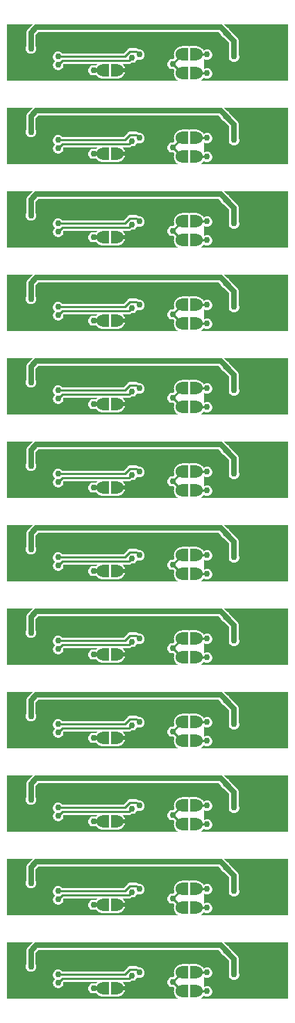
<source format=gbr>
G04 start of page 3 for group 1 idx 1 *
G04 Title: (unknown), bottom *
G04 Creator: pcb 20140316 *
G04 CreationDate: Tue 26 Feb 2019 03:12:25 PM GMT UTC *
G04 For: railfan *
G04 Format: Gerber/RS-274X *
G04 PCB-Dimensions (mil): 1580.00 4900.00 *
G04 PCB-Coordinate-Origin: lower left *
%MOIN*%
%FSLAX25Y25*%
%LNBOTTOM*%
%ADD31C,0.0130*%
%ADD30C,0.0310*%
%ADD29C,0.0300*%
%ADD28R,0.0300X0.0300*%
%ADD27C,0.0600*%
%ADD26C,0.0250*%
%ADD25C,0.0100*%
%ADD24C,0.0200*%
%ADD23C,0.0001*%
G54D23*G36*
X105909Y345929D02*X105646Y346358D01*
X105237Y346837D01*
X104758Y347246D01*
X104222Y347575D01*
X103640Y347816D01*
X103028Y347963D01*
X102400Y348012D01*
X102237Y348000D01*
X99243Y347991D01*
X99090Y347954D01*
X99000Y347917D01*
X98910Y347954D01*
X98757Y347991D01*
X98600Y348000D01*
X95859Y347992D01*
X95600Y348012D01*
X94972Y347963D01*
X94360Y347816D01*
X93778Y347575D01*
X93242Y347246D01*
X92763Y346837D01*
X92354Y346358D01*
X92025Y345822D01*
X91784Y345240D01*
X91637Y344628D01*
X91588Y344000D01*
X91637Y343372D01*
X91784Y342760D01*
X91888Y342509D01*
X91358Y341980D01*
X91000Y342008D01*
X90608Y341977D01*
X90225Y341885D01*
X89862Y341734D01*
X89526Y341529D01*
X89227Y341273D01*
X88971Y340974D01*
X88766Y340638D01*
X88615Y340275D01*
X88523Y339892D01*
X88492Y339500D01*
X88523Y339108D01*
X88615Y338725D01*
X88766Y338362D01*
X88971Y338026D01*
X89227Y337727D01*
X89526Y337471D01*
X89862Y337266D01*
X90225Y337115D01*
X90608Y337023D01*
X91000Y336992D01*
X91358Y337020D01*
X91888Y336491D01*
X91784Y336240D01*
X91637Y335628D01*
X91588Y335000D01*
X91637Y334372D01*
X91784Y333760D01*
X92025Y333178D01*
X92354Y332642D01*
X92763Y332163D01*
X93242Y331754D01*
X93656Y331500D01*
X55528D01*
Y333052D01*
X55735Y332925D01*
X56317Y332684D01*
X56929Y332537D01*
X57557Y332488D01*
X57720Y332500D01*
X60714Y332509D01*
X60867Y332546D01*
X60957Y332583D01*
X61047Y332546D01*
X61200Y332509D01*
X61357Y332500D01*
X64098Y332508D01*
X64357Y332488D01*
X64985Y332537D01*
X65597Y332684D01*
X66179Y332925D01*
X66715Y333254D01*
X67194Y333663D01*
X67603Y334142D01*
X67932Y334678D01*
X68173Y335260D01*
X68320Y335872D01*
X68357Y336500D01*
X68320Y337128D01*
X68173Y337740D01*
X67932Y338322D01*
X67603Y338858D01*
X67194Y339337D01*
X67003Y339500D01*
X69941D01*
X70000Y339495D01*
X70235Y339514D01*
X70235Y339514D01*
X70465Y339569D01*
X70683Y339659D01*
X70884Y339783D01*
X71064Y339936D01*
X71102Y339981D01*
X71142Y340020D01*
X71500Y339992D01*
X71892Y340023D01*
X72275Y340115D01*
X72638Y340266D01*
X72974Y340471D01*
X73273Y340727D01*
X73529Y341026D01*
X73734Y341362D01*
X73885Y341725D01*
X73892Y341753D01*
X74225Y341615D01*
X74608Y341523D01*
X75000Y341492D01*
X75392Y341523D01*
X75775Y341615D01*
X76138Y341766D01*
X76474Y341971D01*
X76773Y342227D01*
X77029Y342526D01*
X77234Y342862D01*
X77385Y343225D01*
X77477Y343608D01*
X77500Y344000D01*
X77477Y344392D01*
X77385Y344775D01*
X77234Y345138D01*
X77029Y345474D01*
X76773Y345773D01*
X76474Y346029D01*
X76138Y346234D01*
X75775Y346385D01*
X75392Y346477D01*
X75000Y346508D01*
X74642Y346480D01*
X74602Y346519D01*
X74564Y346564D01*
X74384Y346717D01*
X74183Y346841D01*
X73965Y346931D01*
X73735Y346986D01*
X73735Y346986D01*
X73500Y347005D01*
X73441Y347000D01*
X70559D01*
X70500Y347005D01*
X70265Y346986D01*
X70035Y346931D01*
X69817Y346841D01*
X69616Y346717D01*
X69615Y346717D01*
X69436Y346564D01*
X69398Y346519D01*
X67410Y344531D01*
X55528D01*
Y354750D01*
X113068D01*
X114131Y353687D01*
X114266Y353362D01*
X114471Y353026D01*
X114727Y352727D01*
X115026Y352471D01*
X115362Y352266D01*
X115687Y352131D01*
X118250Y349568D01*
Y344132D01*
X118115Y343806D01*
X118023Y343424D01*
X117992Y343031D01*
X118023Y342639D01*
X118115Y342257D01*
X118266Y341893D01*
X118471Y341558D01*
X118727Y341258D01*
X119026Y341003D01*
X119362Y340797D01*
X119725Y340647D01*
X120108Y340555D01*
X120500Y340524D01*
X120892Y340555D01*
X121275Y340647D01*
X121638Y340797D01*
X121974Y341003D01*
X122273Y341258D01*
X122529Y341558D01*
X122734Y341893D01*
X122885Y342257D01*
X122977Y342639D01*
X123000Y343031D01*
X122977Y343424D01*
X122885Y343806D01*
X122750Y344132D01*
Y350412D01*
X122757Y350500D01*
X122729Y350853D01*
X122646Y351197D01*
X122607Y351293D01*
X122511Y351525D01*
X122396Y351712D01*
X122326Y351827D01*
X122326Y351827D01*
X122096Y352096D01*
X122029Y352153D01*
X118869Y355313D01*
X118734Y355638D01*
X118529Y355974D01*
X118273Y356273D01*
X117974Y356529D01*
X117638Y356734D01*
X117313Y356869D01*
X115682Y358500D01*
X146500D01*
Y331500D01*
X104344D01*
X104758Y331754D01*
X105237Y332163D01*
X105646Y332642D01*
X105909Y333071D01*
X106026Y332971D01*
X106362Y332766D01*
X106725Y332615D01*
X107108Y332523D01*
X107500Y332492D01*
X107892Y332523D01*
X108275Y332615D01*
X108638Y332766D01*
X108974Y332971D01*
X109273Y333227D01*
X109529Y333526D01*
X109734Y333862D01*
X109885Y334225D01*
X109977Y334608D01*
X110000Y335000D01*
X109977Y335392D01*
X109885Y335775D01*
X109734Y336138D01*
X109529Y336474D01*
X109273Y336773D01*
X108974Y337029D01*
X108638Y337234D01*
X108275Y337385D01*
X107892Y337477D01*
X107500Y337508D01*
X107108Y337477D01*
X106725Y337385D01*
X106362Y337234D01*
X106026Y337029D01*
X106000Y337007D01*
Y341993D01*
X106026Y341971D01*
X106362Y341766D01*
X106725Y341615D01*
X107108Y341523D01*
X107500Y341492D01*
X107892Y341523D01*
X108275Y341615D01*
X108638Y341766D01*
X108974Y341971D01*
X109273Y342227D01*
X109529Y342526D01*
X109734Y342862D01*
X109885Y343225D01*
X109977Y343608D01*
X110000Y344000D01*
X109977Y344392D01*
X109885Y344775D01*
X109734Y345138D01*
X109529Y345474D01*
X109273Y345773D01*
X108974Y346029D01*
X108638Y346234D01*
X108275Y346385D01*
X107892Y346477D01*
X107500Y346508D01*
X107108Y346477D01*
X106725Y346385D01*
X106362Y346234D01*
X106026Y346029D01*
X105909Y345929D01*
G37*
G36*
X55528Y331500D02*X11500D01*
Y358500D01*
X23818D01*
X21471Y356153D01*
X21404Y356096D01*
X21174Y355827D01*
X20989Y355525D01*
X20854Y355197D01*
X20771Y354853D01*
X20771Y354853D01*
X20743Y354500D01*
X20750Y354412D01*
Y348069D01*
X20615Y347743D01*
X20523Y347361D01*
X20492Y346969D01*
X20523Y346576D01*
X20615Y346194D01*
X20766Y345830D01*
X20971Y345495D01*
X21227Y345195D01*
X21526Y344940D01*
X21862Y344734D01*
X22225Y344584D01*
X22608Y344492D01*
X23000Y344461D01*
X23392Y344492D01*
X23775Y344584D01*
X24138Y344734D01*
X24474Y344940D01*
X24773Y345195D01*
X25029Y345495D01*
X25234Y345830D01*
X25385Y346194D01*
X25477Y346576D01*
X25500Y346969D01*
X25477Y347361D01*
X25385Y347743D01*
X25250Y348069D01*
Y353568D01*
X26432Y354750D01*
X55528D01*
Y344531D01*
X38070D01*
X37836Y344805D01*
X37537Y345060D01*
X37201Y345266D01*
X36838Y345416D01*
X36455Y345508D01*
X36063Y345539D01*
X35671Y345508D01*
X35288Y345416D01*
X34925Y345266D01*
X34589Y345060D01*
X34290Y344805D01*
X34034Y344505D01*
X33829Y344170D01*
X33678Y343806D01*
X33586Y343424D01*
X33555Y343031D01*
X33586Y342639D01*
X33678Y342257D01*
X33829Y341893D01*
X34034Y341558D01*
X34290Y341258D01*
X34518Y341063D01*
X34290Y340868D01*
X34034Y340568D01*
X33829Y340233D01*
X33678Y339869D01*
X33586Y339487D01*
X33555Y339094D01*
X33586Y338702D01*
X33678Y338320D01*
X33829Y337956D01*
X34034Y337620D01*
X34290Y337321D01*
X34589Y337066D01*
X34925Y336860D01*
X35288Y336710D01*
X35671Y336618D01*
X36063Y336587D01*
X36455Y336618D01*
X36838Y336710D01*
X37201Y336860D01*
X37537Y337066D01*
X37836Y337321D01*
X38092Y337620D01*
X38297Y337956D01*
X38448Y338320D01*
X38540Y338702D01*
X38563Y339094D01*
X38542Y339452D01*
X38590Y339500D01*
X54911D01*
X54720Y339337D01*
X54311Y338858D01*
X54209Y338691D01*
X54138Y338734D01*
X53775Y338885D01*
X53392Y338977D01*
X53000Y339008D01*
X52608Y338977D01*
X52225Y338885D01*
X51862Y338734D01*
X51526Y338529D01*
X51227Y338273D01*
X50971Y337974D01*
X50766Y337638D01*
X50615Y337275D01*
X50523Y336892D01*
X50492Y336500D01*
X50523Y336108D01*
X50615Y335725D01*
X50766Y335362D01*
X50971Y335026D01*
X51227Y334727D01*
X51526Y334471D01*
X51862Y334266D01*
X52225Y334115D01*
X52608Y334023D01*
X53000Y333992D01*
X53392Y334023D01*
X53775Y334115D01*
X54138Y334266D01*
X54209Y334309D01*
X54311Y334142D01*
X54720Y333663D01*
X55199Y333254D01*
X55528Y333052D01*
Y331500D01*
G37*
G36*
X105909Y305929D02*X105646Y306358D01*
X105237Y306837D01*
X104758Y307246D01*
X104222Y307575D01*
X103640Y307816D01*
X103028Y307963D01*
X102400Y308012D01*
X102237Y308000D01*
X99243Y307991D01*
X99090Y307954D01*
X99000Y307917D01*
X98910Y307954D01*
X98757Y307991D01*
X98600Y308000D01*
X95859Y307992D01*
X95600Y308012D01*
X94972Y307963D01*
X94360Y307816D01*
X93778Y307575D01*
X93242Y307246D01*
X92763Y306837D01*
X92354Y306358D01*
X92025Y305822D01*
X91784Y305240D01*
X91637Y304628D01*
X91588Y304000D01*
X91637Y303372D01*
X91784Y302760D01*
X91888Y302509D01*
X91358Y301980D01*
X91000Y302008D01*
X90608Y301977D01*
X90225Y301885D01*
X89862Y301734D01*
X89526Y301529D01*
X89227Y301273D01*
X88971Y300974D01*
X88766Y300638D01*
X88615Y300275D01*
X88523Y299892D01*
X88492Y299500D01*
X88523Y299108D01*
X88615Y298725D01*
X88766Y298362D01*
X88971Y298026D01*
X89227Y297727D01*
X89526Y297471D01*
X89862Y297266D01*
X90225Y297115D01*
X90608Y297023D01*
X91000Y296992D01*
X91358Y297020D01*
X91888Y296491D01*
X91784Y296240D01*
X91637Y295628D01*
X91588Y295000D01*
X91637Y294372D01*
X91784Y293760D01*
X92025Y293178D01*
X92354Y292642D01*
X92763Y292163D01*
X93242Y291754D01*
X93656Y291500D01*
X55528D01*
Y293052D01*
X55735Y292925D01*
X56317Y292684D01*
X56929Y292537D01*
X57557Y292488D01*
X57720Y292500D01*
X60714Y292509D01*
X60867Y292546D01*
X60957Y292583D01*
X61047Y292546D01*
X61200Y292509D01*
X61357Y292500D01*
X64098Y292508D01*
X64357Y292488D01*
X64985Y292537D01*
X65597Y292684D01*
X66179Y292925D01*
X66715Y293254D01*
X67194Y293663D01*
X67603Y294142D01*
X67932Y294678D01*
X68173Y295260D01*
X68320Y295872D01*
X68357Y296500D01*
X68320Y297128D01*
X68173Y297740D01*
X67932Y298322D01*
X67603Y298858D01*
X67194Y299337D01*
X67003Y299500D01*
X69941D01*
X70000Y299495D01*
X70235Y299514D01*
X70235Y299514D01*
X70465Y299569D01*
X70683Y299659D01*
X70884Y299783D01*
X71064Y299936D01*
X71102Y299981D01*
X71142Y300020D01*
X71500Y299992D01*
X71892Y300023D01*
X72275Y300115D01*
X72638Y300266D01*
X72974Y300471D01*
X73273Y300727D01*
X73529Y301026D01*
X73734Y301362D01*
X73885Y301725D01*
X73892Y301753D01*
X74225Y301615D01*
X74608Y301523D01*
X75000Y301492D01*
X75392Y301523D01*
X75775Y301615D01*
X76138Y301766D01*
X76474Y301971D01*
X76773Y302227D01*
X77029Y302526D01*
X77234Y302862D01*
X77385Y303225D01*
X77477Y303608D01*
X77500Y304000D01*
X77477Y304392D01*
X77385Y304775D01*
X77234Y305138D01*
X77029Y305474D01*
X76773Y305773D01*
X76474Y306029D01*
X76138Y306234D01*
X75775Y306385D01*
X75392Y306477D01*
X75000Y306508D01*
X74642Y306480D01*
X74602Y306519D01*
X74564Y306564D01*
X74384Y306717D01*
X74183Y306841D01*
X73965Y306931D01*
X73735Y306986D01*
X73735Y306986D01*
X73500Y307005D01*
X73441Y307000D01*
X70559D01*
X70500Y307005D01*
X70265Y306986D01*
X70035Y306931D01*
X69817Y306841D01*
X69616Y306717D01*
X69615Y306717D01*
X69436Y306564D01*
X69398Y306519D01*
X67410Y304531D01*
X55528D01*
Y314750D01*
X113068D01*
X114131Y313687D01*
X114266Y313362D01*
X114471Y313026D01*
X114727Y312727D01*
X115026Y312471D01*
X115362Y312266D01*
X115687Y312131D01*
X118250Y309568D01*
Y304132D01*
X118115Y303806D01*
X118023Y303424D01*
X117992Y303031D01*
X118023Y302639D01*
X118115Y302257D01*
X118266Y301893D01*
X118471Y301558D01*
X118727Y301258D01*
X119026Y301003D01*
X119362Y300797D01*
X119725Y300647D01*
X120108Y300555D01*
X120500Y300524D01*
X120892Y300555D01*
X121275Y300647D01*
X121638Y300797D01*
X121974Y301003D01*
X122273Y301258D01*
X122529Y301558D01*
X122734Y301893D01*
X122885Y302257D01*
X122977Y302639D01*
X123000Y303031D01*
X122977Y303424D01*
X122885Y303806D01*
X122750Y304132D01*
Y310412D01*
X122757Y310500D01*
X122729Y310853D01*
X122646Y311197D01*
X122607Y311293D01*
X122511Y311525D01*
X122396Y311712D01*
X122326Y311827D01*
X122326Y311827D01*
X122096Y312096D01*
X122029Y312153D01*
X118869Y315313D01*
X118734Y315638D01*
X118529Y315974D01*
X118273Y316273D01*
X117974Y316529D01*
X117638Y316734D01*
X117313Y316869D01*
X115682Y318500D01*
X146500D01*
Y291500D01*
X104344D01*
X104758Y291754D01*
X105237Y292163D01*
X105646Y292642D01*
X105909Y293071D01*
X106026Y292971D01*
X106362Y292766D01*
X106725Y292615D01*
X107108Y292523D01*
X107500Y292492D01*
X107892Y292523D01*
X108275Y292615D01*
X108638Y292766D01*
X108974Y292971D01*
X109273Y293227D01*
X109529Y293526D01*
X109734Y293862D01*
X109885Y294225D01*
X109977Y294608D01*
X110000Y295000D01*
X109977Y295392D01*
X109885Y295775D01*
X109734Y296138D01*
X109529Y296474D01*
X109273Y296773D01*
X108974Y297029D01*
X108638Y297234D01*
X108275Y297385D01*
X107892Y297477D01*
X107500Y297508D01*
X107108Y297477D01*
X106725Y297385D01*
X106362Y297234D01*
X106026Y297029D01*
X106000Y297007D01*
Y301993D01*
X106026Y301971D01*
X106362Y301766D01*
X106725Y301615D01*
X107108Y301523D01*
X107500Y301492D01*
X107892Y301523D01*
X108275Y301615D01*
X108638Y301766D01*
X108974Y301971D01*
X109273Y302227D01*
X109529Y302526D01*
X109734Y302862D01*
X109885Y303225D01*
X109977Y303608D01*
X110000Y304000D01*
X109977Y304392D01*
X109885Y304775D01*
X109734Y305138D01*
X109529Y305474D01*
X109273Y305773D01*
X108974Y306029D01*
X108638Y306234D01*
X108275Y306385D01*
X107892Y306477D01*
X107500Y306508D01*
X107108Y306477D01*
X106725Y306385D01*
X106362Y306234D01*
X106026Y306029D01*
X105909Y305929D01*
G37*
G36*
X55528Y291500D02*X11500D01*
Y318500D01*
X23818D01*
X21471Y316153D01*
X21404Y316096D01*
X21174Y315827D01*
X20989Y315525D01*
X20854Y315197D01*
X20771Y314853D01*
X20771Y314853D01*
X20743Y314500D01*
X20750Y314412D01*
Y308069D01*
X20615Y307743D01*
X20523Y307361D01*
X20492Y306969D01*
X20523Y306576D01*
X20615Y306194D01*
X20766Y305830D01*
X20971Y305495D01*
X21227Y305195D01*
X21526Y304940D01*
X21862Y304734D01*
X22225Y304584D01*
X22608Y304492D01*
X23000Y304461D01*
X23392Y304492D01*
X23775Y304584D01*
X24138Y304734D01*
X24474Y304940D01*
X24773Y305195D01*
X25029Y305495D01*
X25234Y305830D01*
X25385Y306194D01*
X25477Y306576D01*
X25500Y306969D01*
X25477Y307361D01*
X25385Y307743D01*
X25250Y308069D01*
Y313568D01*
X26432Y314750D01*
X55528D01*
Y304531D01*
X38070D01*
X37836Y304805D01*
X37537Y305060D01*
X37201Y305266D01*
X36838Y305416D01*
X36455Y305508D01*
X36063Y305539D01*
X35671Y305508D01*
X35288Y305416D01*
X34925Y305266D01*
X34589Y305060D01*
X34290Y304805D01*
X34034Y304505D01*
X33829Y304170D01*
X33678Y303806D01*
X33586Y303424D01*
X33555Y303031D01*
X33586Y302639D01*
X33678Y302257D01*
X33829Y301893D01*
X34034Y301558D01*
X34290Y301258D01*
X34518Y301063D01*
X34290Y300868D01*
X34034Y300568D01*
X33829Y300233D01*
X33678Y299869D01*
X33586Y299487D01*
X33555Y299094D01*
X33586Y298702D01*
X33678Y298320D01*
X33829Y297956D01*
X34034Y297620D01*
X34290Y297321D01*
X34589Y297066D01*
X34925Y296860D01*
X35288Y296710D01*
X35671Y296618D01*
X36063Y296587D01*
X36455Y296618D01*
X36838Y296710D01*
X37201Y296860D01*
X37537Y297066D01*
X37836Y297321D01*
X38092Y297620D01*
X38297Y297956D01*
X38448Y298320D01*
X38540Y298702D01*
X38563Y299094D01*
X38542Y299452D01*
X38590Y299500D01*
X54911D01*
X54720Y299337D01*
X54311Y298858D01*
X54209Y298691D01*
X54138Y298734D01*
X53775Y298885D01*
X53392Y298977D01*
X53000Y299008D01*
X52608Y298977D01*
X52225Y298885D01*
X51862Y298734D01*
X51526Y298529D01*
X51227Y298273D01*
X50971Y297974D01*
X50766Y297638D01*
X50615Y297275D01*
X50523Y296892D01*
X50492Y296500D01*
X50523Y296108D01*
X50615Y295725D01*
X50766Y295362D01*
X50971Y295026D01*
X51227Y294727D01*
X51526Y294471D01*
X51862Y294266D01*
X52225Y294115D01*
X52608Y294023D01*
X53000Y293992D01*
X53392Y294023D01*
X53775Y294115D01*
X54138Y294266D01*
X54209Y294309D01*
X54311Y294142D01*
X54720Y293663D01*
X55199Y293254D01*
X55528Y293052D01*
Y291500D01*
G37*
G36*
X105909Y265929D02*X105646Y266358D01*
X105237Y266837D01*
X104758Y267246D01*
X104222Y267575D01*
X103640Y267816D01*
X103028Y267963D01*
X102400Y268012D01*
X102237Y268000D01*
X99243Y267991D01*
X99090Y267954D01*
X99000Y267917D01*
X98910Y267954D01*
X98757Y267991D01*
X98600Y268000D01*
X95859Y267992D01*
X95600Y268012D01*
X94972Y267963D01*
X94360Y267816D01*
X93778Y267575D01*
X93242Y267246D01*
X92763Y266837D01*
X92354Y266358D01*
X92025Y265822D01*
X91784Y265240D01*
X91637Y264628D01*
X91588Y264000D01*
X91637Y263372D01*
X91784Y262760D01*
X91888Y262509D01*
X91358Y261980D01*
X91000Y262008D01*
X90608Y261977D01*
X90225Y261885D01*
X89862Y261734D01*
X89526Y261529D01*
X89227Y261273D01*
X88971Y260974D01*
X88766Y260638D01*
X88615Y260275D01*
X88523Y259892D01*
X88492Y259500D01*
X88523Y259108D01*
X88615Y258725D01*
X88766Y258362D01*
X88971Y258026D01*
X89227Y257727D01*
X89526Y257471D01*
X89862Y257266D01*
X90225Y257115D01*
X90608Y257023D01*
X91000Y256992D01*
X91358Y257020D01*
X91888Y256491D01*
X91784Y256240D01*
X91637Y255628D01*
X91588Y255000D01*
X91637Y254372D01*
X91784Y253760D01*
X92025Y253178D01*
X92354Y252642D01*
X92763Y252163D01*
X93242Y251754D01*
X93656Y251500D01*
X55528D01*
Y253052D01*
X55735Y252925D01*
X56317Y252684D01*
X56929Y252537D01*
X57557Y252488D01*
X57720Y252500D01*
X60714Y252509D01*
X60867Y252546D01*
X60957Y252583D01*
X61047Y252546D01*
X61200Y252509D01*
X61357Y252500D01*
X64098Y252508D01*
X64357Y252488D01*
X64985Y252537D01*
X65597Y252684D01*
X66179Y252925D01*
X66715Y253254D01*
X67194Y253663D01*
X67603Y254142D01*
X67932Y254678D01*
X68173Y255260D01*
X68320Y255872D01*
X68357Y256500D01*
X68320Y257128D01*
X68173Y257740D01*
X67932Y258322D01*
X67603Y258858D01*
X67194Y259337D01*
X67003Y259500D01*
X69941D01*
X70000Y259495D01*
X70235Y259514D01*
X70235Y259514D01*
X70465Y259569D01*
X70683Y259659D01*
X70884Y259783D01*
X71064Y259936D01*
X71102Y259981D01*
X71142Y260020D01*
X71500Y259992D01*
X71892Y260023D01*
X72275Y260115D01*
X72638Y260266D01*
X72974Y260471D01*
X73273Y260727D01*
X73529Y261026D01*
X73734Y261362D01*
X73885Y261725D01*
X73892Y261753D01*
X74225Y261615D01*
X74608Y261523D01*
X75000Y261492D01*
X75392Y261523D01*
X75775Y261615D01*
X76138Y261766D01*
X76474Y261971D01*
X76773Y262227D01*
X77029Y262526D01*
X77234Y262862D01*
X77385Y263225D01*
X77477Y263608D01*
X77500Y264000D01*
X77477Y264392D01*
X77385Y264775D01*
X77234Y265138D01*
X77029Y265474D01*
X76773Y265773D01*
X76474Y266029D01*
X76138Y266234D01*
X75775Y266385D01*
X75392Y266477D01*
X75000Y266508D01*
X74642Y266480D01*
X74602Y266519D01*
X74564Y266564D01*
X74384Y266717D01*
X74183Y266841D01*
X73965Y266931D01*
X73735Y266986D01*
X73735Y266986D01*
X73500Y267005D01*
X73441Y267000D01*
X70559D01*
X70500Y267005D01*
X70265Y266986D01*
X70035Y266931D01*
X69817Y266841D01*
X69616Y266717D01*
X69615Y266717D01*
X69436Y266564D01*
X69398Y266519D01*
X67410Y264531D01*
X55528D01*
Y274750D01*
X113068D01*
X114131Y273687D01*
X114266Y273362D01*
X114471Y273026D01*
X114727Y272727D01*
X115026Y272471D01*
X115362Y272266D01*
X115687Y272131D01*
X118250Y269568D01*
Y264132D01*
X118115Y263806D01*
X118023Y263424D01*
X117992Y263031D01*
X118023Y262639D01*
X118115Y262257D01*
X118266Y261893D01*
X118471Y261557D01*
X118727Y261258D01*
X119026Y261003D01*
X119362Y260797D01*
X119725Y260647D01*
X120108Y260555D01*
X120500Y260524D01*
X120892Y260555D01*
X121275Y260647D01*
X121638Y260797D01*
X121974Y261003D01*
X122273Y261258D01*
X122529Y261557D01*
X122734Y261893D01*
X122885Y262257D01*
X122977Y262639D01*
X123000Y263031D01*
X122977Y263424D01*
X122885Y263806D01*
X122750Y264132D01*
Y270412D01*
X122757Y270500D01*
X122729Y270853D01*
X122646Y271197D01*
X122607Y271293D01*
X122511Y271525D01*
X122396Y271712D01*
X122326Y271827D01*
X122326Y271827D01*
X122096Y272096D01*
X122029Y272153D01*
X118869Y275313D01*
X118734Y275638D01*
X118529Y275974D01*
X118273Y276273D01*
X117974Y276529D01*
X117638Y276734D01*
X117313Y276869D01*
X115682Y278500D01*
X146500D01*
Y251500D01*
X104344D01*
X104758Y251754D01*
X105237Y252163D01*
X105646Y252642D01*
X105909Y253071D01*
X106026Y252971D01*
X106362Y252766D01*
X106725Y252615D01*
X107108Y252523D01*
X107500Y252492D01*
X107892Y252523D01*
X108275Y252615D01*
X108638Y252766D01*
X108974Y252971D01*
X109273Y253227D01*
X109529Y253526D01*
X109734Y253862D01*
X109885Y254225D01*
X109977Y254608D01*
X110000Y255000D01*
X109977Y255392D01*
X109885Y255775D01*
X109734Y256138D01*
X109529Y256474D01*
X109273Y256773D01*
X108974Y257029D01*
X108638Y257234D01*
X108275Y257385D01*
X107892Y257477D01*
X107500Y257508D01*
X107108Y257477D01*
X106725Y257385D01*
X106362Y257234D01*
X106026Y257029D01*
X106000Y257007D01*
Y261993D01*
X106026Y261971D01*
X106362Y261766D01*
X106725Y261615D01*
X107108Y261523D01*
X107500Y261492D01*
X107892Y261523D01*
X108275Y261615D01*
X108638Y261766D01*
X108974Y261971D01*
X109273Y262227D01*
X109529Y262526D01*
X109734Y262862D01*
X109885Y263225D01*
X109977Y263608D01*
X110000Y264000D01*
X109977Y264392D01*
X109885Y264775D01*
X109734Y265138D01*
X109529Y265474D01*
X109273Y265773D01*
X108974Y266029D01*
X108638Y266234D01*
X108275Y266385D01*
X107892Y266477D01*
X107500Y266508D01*
X107108Y266477D01*
X106725Y266385D01*
X106362Y266234D01*
X106026Y266029D01*
X105909Y265929D01*
G37*
G36*
X55528Y251500D02*X11500D01*
Y278500D01*
X23818D01*
X21471Y276153D01*
X21404Y276096D01*
X21174Y275827D01*
X20989Y275525D01*
X20854Y275197D01*
X20771Y274853D01*
X20771Y274853D01*
X20743Y274500D01*
X20750Y274412D01*
Y268069D01*
X20615Y267743D01*
X20523Y267361D01*
X20492Y266969D01*
X20523Y266576D01*
X20615Y266194D01*
X20766Y265830D01*
X20971Y265495D01*
X21227Y265195D01*
X21526Y264940D01*
X21862Y264734D01*
X22225Y264584D01*
X22608Y264492D01*
X23000Y264461D01*
X23392Y264492D01*
X23775Y264584D01*
X24138Y264734D01*
X24474Y264940D01*
X24773Y265195D01*
X25029Y265495D01*
X25234Y265830D01*
X25385Y266194D01*
X25477Y266576D01*
X25500Y266969D01*
X25477Y267361D01*
X25385Y267743D01*
X25250Y268069D01*
Y273568D01*
X26432Y274750D01*
X55528D01*
Y264531D01*
X38070D01*
X37836Y264805D01*
X37537Y265060D01*
X37201Y265266D01*
X36838Y265416D01*
X36455Y265508D01*
X36063Y265539D01*
X35671Y265508D01*
X35288Y265416D01*
X34925Y265266D01*
X34589Y265060D01*
X34290Y264805D01*
X34034Y264505D01*
X33829Y264170D01*
X33678Y263806D01*
X33586Y263424D01*
X33555Y263031D01*
X33586Y262639D01*
X33678Y262257D01*
X33829Y261893D01*
X34034Y261557D01*
X34290Y261258D01*
X34518Y261063D01*
X34290Y260868D01*
X34034Y260568D01*
X33829Y260233D01*
X33678Y259869D01*
X33586Y259487D01*
X33555Y259094D01*
X33586Y258702D01*
X33678Y258320D01*
X33829Y257956D01*
X34034Y257620D01*
X34290Y257321D01*
X34589Y257066D01*
X34925Y256860D01*
X35288Y256710D01*
X35671Y256618D01*
X36063Y256587D01*
X36455Y256618D01*
X36838Y256710D01*
X37201Y256860D01*
X37537Y257066D01*
X37836Y257321D01*
X38092Y257620D01*
X38297Y257956D01*
X38448Y258320D01*
X38540Y258702D01*
X38563Y259094D01*
X38542Y259452D01*
X38590Y259500D01*
X54911D01*
X54720Y259337D01*
X54311Y258858D01*
X54209Y258691D01*
X54138Y258734D01*
X53775Y258885D01*
X53392Y258977D01*
X53000Y259008D01*
X52608Y258977D01*
X52225Y258885D01*
X51862Y258734D01*
X51526Y258529D01*
X51227Y258273D01*
X50971Y257974D01*
X50766Y257638D01*
X50615Y257275D01*
X50523Y256892D01*
X50492Y256500D01*
X50523Y256108D01*
X50615Y255725D01*
X50766Y255362D01*
X50971Y255026D01*
X51227Y254727D01*
X51526Y254471D01*
X51862Y254266D01*
X52225Y254115D01*
X52608Y254023D01*
X53000Y253992D01*
X53392Y254023D01*
X53775Y254115D01*
X54138Y254266D01*
X54209Y254309D01*
X54311Y254142D01*
X54720Y253663D01*
X55199Y253254D01*
X55528Y253052D01*
Y251500D01*
G37*
G36*
X105909Y225929D02*X105646Y226358D01*
X105237Y226837D01*
X104758Y227246D01*
X104222Y227575D01*
X103640Y227816D01*
X103028Y227963D01*
X102400Y228012D01*
X102237Y228000D01*
X99243Y227991D01*
X99090Y227954D01*
X99000Y227917D01*
X98910Y227954D01*
X98757Y227991D01*
X98600Y228000D01*
X95859Y227992D01*
X95600Y228012D01*
X94972Y227963D01*
X94360Y227816D01*
X93778Y227575D01*
X93242Y227246D01*
X92763Y226837D01*
X92354Y226358D01*
X92025Y225822D01*
X91784Y225240D01*
X91637Y224628D01*
X91588Y224000D01*
X91637Y223372D01*
X91784Y222760D01*
X91888Y222509D01*
X91358Y221980D01*
X91000Y222008D01*
X90608Y221977D01*
X90225Y221885D01*
X89862Y221734D01*
X89526Y221529D01*
X89227Y221273D01*
X88971Y220974D01*
X88766Y220638D01*
X88615Y220275D01*
X88523Y219892D01*
X88492Y219500D01*
X88523Y219108D01*
X88615Y218725D01*
X88766Y218362D01*
X88971Y218026D01*
X89227Y217727D01*
X89526Y217471D01*
X89862Y217266D01*
X90225Y217115D01*
X90608Y217023D01*
X91000Y216992D01*
X91358Y217020D01*
X91888Y216491D01*
X91784Y216240D01*
X91637Y215628D01*
X91588Y215000D01*
X91637Y214372D01*
X91784Y213760D01*
X92025Y213178D01*
X92354Y212642D01*
X92763Y212163D01*
X93242Y211754D01*
X93656Y211500D01*
X55528D01*
Y213052D01*
X55735Y212925D01*
X56317Y212684D01*
X56929Y212537D01*
X57557Y212488D01*
X57720Y212500D01*
X60714Y212509D01*
X60867Y212546D01*
X60957Y212583D01*
X61047Y212546D01*
X61200Y212509D01*
X61357Y212500D01*
X64098Y212508D01*
X64357Y212488D01*
X64985Y212537D01*
X65597Y212684D01*
X66179Y212925D01*
X66715Y213254D01*
X67194Y213663D01*
X67603Y214142D01*
X67932Y214678D01*
X68173Y215260D01*
X68320Y215872D01*
X68357Y216500D01*
X68320Y217128D01*
X68173Y217740D01*
X67932Y218322D01*
X67603Y218858D01*
X67194Y219337D01*
X67003Y219500D01*
X69941D01*
X70000Y219495D01*
X70235Y219514D01*
X70235Y219514D01*
X70465Y219569D01*
X70683Y219659D01*
X70884Y219783D01*
X71064Y219936D01*
X71102Y219981D01*
X71142Y220020D01*
X71500Y219992D01*
X71892Y220023D01*
X72275Y220115D01*
X72638Y220266D01*
X72974Y220471D01*
X73273Y220727D01*
X73529Y221026D01*
X73734Y221362D01*
X73885Y221725D01*
X73892Y221753D01*
X74225Y221615D01*
X74608Y221523D01*
X75000Y221492D01*
X75392Y221523D01*
X75775Y221615D01*
X76138Y221766D01*
X76474Y221971D01*
X76773Y222227D01*
X77029Y222526D01*
X77234Y222862D01*
X77385Y223225D01*
X77477Y223608D01*
X77500Y224000D01*
X77477Y224392D01*
X77385Y224775D01*
X77234Y225138D01*
X77029Y225474D01*
X76773Y225773D01*
X76474Y226029D01*
X76138Y226234D01*
X75775Y226385D01*
X75392Y226477D01*
X75000Y226508D01*
X74642Y226480D01*
X74602Y226519D01*
X74564Y226564D01*
X74384Y226717D01*
X74183Y226841D01*
X73965Y226931D01*
X73735Y226986D01*
X73735Y226986D01*
X73500Y227005D01*
X73441Y227000D01*
X70559D01*
X70500Y227005D01*
X70265Y226986D01*
X70035Y226931D01*
X69817Y226841D01*
X69616Y226717D01*
X69615Y226717D01*
X69436Y226564D01*
X69398Y226519D01*
X67410Y224531D01*
X55528D01*
Y234750D01*
X113068D01*
X114131Y233687D01*
X114266Y233362D01*
X114471Y233026D01*
X114727Y232727D01*
X115026Y232471D01*
X115362Y232266D01*
X115687Y232131D01*
X118250Y229568D01*
Y224132D01*
X118115Y223806D01*
X118023Y223424D01*
X117992Y223031D01*
X118023Y222639D01*
X118115Y222257D01*
X118266Y221893D01*
X118471Y221557D01*
X118727Y221258D01*
X119026Y221003D01*
X119362Y220797D01*
X119725Y220647D01*
X120108Y220555D01*
X120500Y220524D01*
X120892Y220555D01*
X121275Y220647D01*
X121638Y220797D01*
X121974Y221003D01*
X122273Y221258D01*
X122529Y221557D01*
X122734Y221893D01*
X122885Y222257D01*
X122977Y222639D01*
X123000Y223031D01*
X122977Y223424D01*
X122885Y223806D01*
X122750Y224132D01*
Y230412D01*
X122757Y230500D01*
X122729Y230853D01*
X122646Y231197D01*
X122607Y231293D01*
X122511Y231525D01*
X122396Y231712D01*
X122326Y231827D01*
X122326Y231827D01*
X122096Y232096D01*
X122029Y232153D01*
X118869Y235313D01*
X118734Y235638D01*
X118529Y235974D01*
X118273Y236273D01*
X117974Y236529D01*
X117638Y236734D01*
X117313Y236869D01*
X115682Y238500D01*
X146500D01*
Y211500D01*
X104344D01*
X104758Y211754D01*
X105237Y212163D01*
X105646Y212642D01*
X105909Y213071D01*
X106026Y212971D01*
X106362Y212766D01*
X106725Y212615D01*
X107108Y212523D01*
X107500Y212492D01*
X107892Y212523D01*
X108275Y212615D01*
X108638Y212766D01*
X108974Y212971D01*
X109273Y213227D01*
X109529Y213526D01*
X109734Y213862D01*
X109885Y214225D01*
X109977Y214608D01*
X110000Y215000D01*
X109977Y215392D01*
X109885Y215775D01*
X109734Y216138D01*
X109529Y216474D01*
X109273Y216773D01*
X108974Y217029D01*
X108638Y217234D01*
X108275Y217385D01*
X107892Y217477D01*
X107500Y217508D01*
X107108Y217477D01*
X106725Y217385D01*
X106362Y217234D01*
X106026Y217029D01*
X106000Y217007D01*
Y221993D01*
X106026Y221971D01*
X106362Y221766D01*
X106725Y221615D01*
X107108Y221523D01*
X107500Y221492D01*
X107892Y221523D01*
X108275Y221615D01*
X108638Y221766D01*
X108974Y221971D01*
X109273Y222227D01*
X109529Y222526D01*
X109734Y222862D01*
X109885Y223225D01*
X109977Y223608D01*
X110000Y224000D01*
X109977Y224392D01*
X109885Y224775D01*
X109734Y225138D01*
X109529Y225474D01*
X109273Y225773D01*
X108974Y226029D01*
X108638Y226234D01*
X108275Y226385D01*
X107892Y226477D01*
X107500Y226508D01*
X107108Y226477D01*
X106725Y226385D01*
X106362Y226234D01*
X106026Y226029D01*
X105909Y225929D01*
G37*
G36*
X55528Y211500D02*X11500D01*
Y238500D01*
X23818D01*
X21471Y236153D01*
X21404Y236096D01*
X21174Y235827D01*
X20989Y235525D01*
X20854Y235197D01*
X20771Y234853D01*
X20771Y234853D01*
X20743Y234500D01*
X20750Y234412D01*
Y228069D01*
X20615Y227743D01*
X20523Y227361D01*
X20492Y226969D01*
X20523Y226576D01*
X20615Y226194D01*
X20766Y225830D01*
X20971Y225495D01*
X21227Y225195D01*
X21526Y224940D01*
X21862Y224734D01*
X22225Y224584D01*
X22608Y224492D01*
X23000Y224461D01*
X23392Y224492D01*
X23775Y224584D01*
X24138Y224734D01*
X24474Y224940D01*
X24773Y225195D01*
X25029Y225495D01*
X25234Y225830D01*
X25385Y226194D01*
X25477Y226576D01*
X25500Y226969D01*
X25477Y227361D01*
X25385Y227743D01*
X25250Y228069D01*
Y233568D01*
X26432Y234750D01*
X55528D01*
Y224531D01*
X38070D01*
X37836Y224805D01*
X37537Y225060D01*
X37201Y225266D01*
X36838Y225416D01*
X36455Y225508D01*
X36063Y225539D01*
X35671Y225508D01*
X35288Y225416D01*
X34925Y225266D01*
X34589Y225060D01*
X34290Y224805D01*
X34034Y224505D01*
X33829Y224170D01*
X33678Y223806D01*
X33586Y223424D01*
X33555Y223031D01*
X33586Y222639D01*
X33678Y222257D01*
X33829Y221893D01*
X34034Y221557D01*
X34290Y221258D01*
X34518Y221063D01*
X34290Y220868D01*
X34034Y220568D01*
X33829Y220233D01*
X33678Y219869D01*
X33586Y219487D01*
X33555Y219094D01*
X33586Y218702D01*
X33678Y218320D01*
X33829Y217956D01*
X34034Y217620D01*
X34290Y217321D01*
X34589Y217066D01*
X34925Y216860D01*
X35288Y216710D01*
X35671Y216618D01*
X36063Y216587D01*
X36455Y216618D01*
X36838Y216710D01*
X37201Y216860D01*
X37537Y217066D01*
X37836Y217321D01*
X38092Y217620D01*
X38297Y217956D01*
X38448Y218320D01*
X38540Y218702D01*
X38563Y219094D01*
X38542Y219452D01*
X38590Y219500D01*
X54911D01*
X54720Y219337D01*
X54311Y218858D01*
X54209Y218691D01*
X54138Y218734D01*
X53775Y218885D01*
X53392Y218977D01*
X53000Y219008D01*
X52608Y218977D01*
X52225Y218885D01*
X51862Y218734D01*
X51526Y218529D01*
X51227Y218273D01*
X50971Y217974D01*
X50766Y217638D01*
X50615Y217275D01*
X50523Y216892D01*
X50492Y216500D01*
X50523Y216108D01*
X50615Y215725D01*
X50766Y215362D01*
X50971Y215026D01*
X51227Y214727D01*
X51526Y214471D01*
X51862Y214266D01*
X52225Y214115D01*
X52608Y214023D01*
X53000Y213992D01*
X53392Y214023D01*
X53775Y214115D01*
X54138Y214266D01*
X54209Y214309D01*
X54311Y214142D01*
X54720Y213663D01*
X55199Y213254D01*
X55528Y213052D01*
Y211500D01*
G37*
G36*
X105909Y465929D02*X105646Y466358D01*
X105237Y466837D01*
X104758Y467246D01*
X104222Y467575D01*
X103640Y467816D01*
X103028Y467963D01*
X102400Y468012D01*
X102237Y468000D01*
X99243Y467991D01*
X99090Y467954D01*
X99000Y467917D01*
X98910Y467954D01*
X98757Y467991D01*
X98600Y468000D01*
X95859Y467992D01*
X95600Y468012D01*
X94972Y467963D01*
X94360Y467816D01*
X93778Y467575D01*
X93242Y467246D01*
X92763Y466837D01*
X92354Y466358D01*
X92025Y465822D01*
X91784Y465240D01*
X91637Y464628D01*
X91588Y464000D01*
X91637Y463372D01*
X91784Y462760D01*
X91888Y462509D01*
X91358Y461980D01*
X91000Y462008D01*
X90608Y461977D01*
X90225Y461885D01*
X89862Y461734D01*
X89526Y461529D01*
X89227Y461273D01*
X88971Y460974D01*
X88766Y460638D01*
X88615Y460275D01*
X88523Y459892D01*
X88492Y459500D01*
X88523Y459108D01*
X88615Y458725D01*
X88766Y458362D01*
X88971Y458026D01*
X89227Y457727D01*
X89526Y457471D01*
X89862Y457266D01*
X90225Y457115D01*
X90608Y457023D01*
X91000Y456992D01*
X91358Y457020D01*
X91888Y456491D01*
X91784Y456240D01*
X91637Y455628D01*
X91588Y455000D01*
X91637Y454372D01*
X91784Y453760D01*
X92025Y453178D01*
X92354Y452642D01*
X92763Y452163D01*
X93242Y451754D01*
X93656Y451500D01*
X55528D01*
Y453052D01*
X55735Y452925D01*
X56317Y452684D01*
X56929Y452537D01*
X57557Y452488D01*
X57720Y452500D01*
X60714Y452509D01*
X60867Y452546D01*
X60957Y452583D01*
X61047Y452546D01*
X61200Y452509D01*
X61357Y452500D01*
X64098Y452508D01*
X64357Y452488D01*
X64985Y452537D01*
X65597Y452684D01*
X66179Y452925D01*
X66715Y453254D01*
X67194Y453663D01*
X67603Y454142D01*
X67932Y454678D01*
X68173Y455260D01*
X68320Y455872D01*
X68357Y456500D01*
X68320Y457128D01*
X68173Y457740D01*
X67932Y458322D01*
X67603Y458858D01*
X67194Y459337D01*
X67003Y459500D01*
X69941D01*
X70000Y459495D01*
X70235Y459514D01*
X70235Y459514D01*
X70465Y459569D01*
X70683Y459659D01*
X70884Y459783D01*
X71064Y459936D01*
X71102Y459981D01*
X71142Y460020D01*
X71500Y459992D01*
X71892Y460023D01*
X72275Y460115D01*
X72638Y460266D01*
X72974Y460471D01*
X73273Y460727D01*
X73529Y461026D01*
X73734Y461362D01*
X73885Y461725D01*
X73892Y461753D01*
X74225Y461615D01*
X74608Y461523D01*
X75000Y461492D01*
X75392Y461523D01*
X75775Y461615D01*
X76138Y461766D01*
X76474Y461971D01*
X76773Y462227D01*
X77029Y462526D01*
X77234Y462862D01*
X77385Y463225D01*
X77477Y463608D01*
X77500Y464000D01*
X77477Y464392D01*
X77385Y464775D01*
X77234Y465138D01*
X77029Y465474D01*
X76773Y465773D01*
X76474Y466029D01*
X76138Y466234D01*
X75775Y466385D01*
X75392Y466477D01*
X75000Y466508D01*
X74642Y466480D01*
X74602Y466519D01*
X74564Y466564D01*
X74384Y466717D01*
X74183Y466841D01*
X73965Y466931D01*
X73735Y466986D01*
X73735Y466986D01*
X73500Y467005D01*
X73441Y467000D01*
X70559D01*
X70500Y467005D01*
X70265Y466986D01*
X70035Y466931D01*
X69817Y466841D01*
X69616Y466717D01*
X69615Y466717D01*
X69436Y466564D01*
X69398Y466519D01*
X67410Y464531D01*
X55528D01*
Y474750D01*
X113068D01*
X114131Y473687D01*
X114266Y473362D01*
X114471Y473026D01*
X114727Y472727D01*
X115026Y472471D01*
X115362Y472266D01*
X115687Y472131D01*
X118250Y469568D01*
Y464132D01*
X118115Y463806D01*
X118023Y463424D01*
X117992Y463031D01*
X118023Y462639D01*
X118115Y462257D01*
X118266Y461893D01*
X118471Y461558D01*
X118727Y461258D01*
X119026Y461003D01*
X119362Y460797D01*
X119725Y460647D01*
X120108Y460555D01*
X120500Y460524D01*
X120892Y460555D01*
X121275Y460647D01*
X121638Y460797D01*
X121974Y461003D01*
X122273Y461258D01*
X122529Y461558D01*
X122734Y461893D01*
X122885Y462257D01*
X122977Y462639D01*
X123000Y463031D01*
X122977Y463424D01*
X122885Y463806D01*
X122750Y464132D01*
Y470412D01*
X122757Y470500D01*
X122729Y470853D01*
X122646Y471197D01*
X122607Y471293D01*
X122511Y471525D01*
X122396Y471712D01*
X122326Y471827D01*
X122326Y471827D01*
X122096Y472096D01*
X122029Y472153D01*
X118869Y475313D01*
X118734Y475638D01*
X118529Y475974D01*
X118273Y476273D01*
X117974Y476529D01*
X117638Y476734D01*
X117313Y476869D01*
X115682Y478500D01*
X146500D01*
Y451500D01*
X104344D01*
X104758Y451754D01*
X105237Y452163D01*
X105646Y452642D01*
X105909Y453071D01*
X106026Y452971D01*
X106362Y452766D01*
X106725Y452615D01*
X107108Y452523D01*
X107500Y452492D01*
X107892Y452523D01*
X108275Y452615D01*
X108638Y452766D01*
X108974Y452971D01*
X109273Y453227D01*
X109529Y453526D01*
X109734Y453862D01*
X109885Y454225D01*
X109977Y454608D01*
X110000Y455000D01*
X109977Y455392D01*
X109885Y455775D01*
X109734Y456138D01*
X109529Y456474D01*
X109273Y456773D01*
X108974Y457029D01*
X108638Y457234D01*
X108275Y457385D01*
X107892Y457477D01*
X107500Y457508D01*
X107108Y457477D01*
X106725Y457385D01*
X106362Y457234D01*
X106026Y457029D01*
X106000Y457007D01*
Y461993D01*
X106026Y461971D01*
X106362Y461766D01*
X106725Y461615D01*
X107108Y461523D01*
X107500Y461492D01*
X107892Y461523D01*
X108275Y461615D01*
X108638Y461766D01*
X108974Y461971D01*
X109273Y462227D01*
X109529Y462526D01*
X109734Y462862D01*
X109885Y463225D01*
X109977Y463608D01*
X110000Y464000D01*
X109977Y464392D01*
X109885Y464775D01*
X109734Y465138D01*
X109529Y465474D01*
X109273Y465773D01*
X108974Y466029D01*
X108638Y466234D01*
X108275Y466385D01*
X107892Y466477D01*
X107500Y466508D01*
X107108Y466477D01*
X106725Y466385D01*
X106362Y466234D01*
X106026Y466029D01*
X105909Y465929D01*
G37*
G36*
X55528Y451500D02*X11500D01*
Y478500D01*
X23818D01*
X21471Y476153D01*
X21404Y476096D01*
X21174Y475827D01*
X20989Y475525D01*
X20854Y475197D01*
X20771Y474853D01*
X20771Y474853D01*
X20743Y474500D01*
X20750Y474412D01*
Y468069D01*
X20615Y467743D01*
X20523Y467361D01*
X20492Y466969D01*
X20523Y466576D01*
X20615Y466194D01*
X20766Y465830D01*
X20971Y465495D01*
X21227Y465195D01*
X21526Y464940D01*
X21862Y464734D01*
X22225Y464584D01*
X22608Y464492D01*
X23000Y464461D01*
X23392Y464492D01*
X23775Y464584D01*
X24138Y464734D01*
X24474Y464940D01*
X24773Y465195D01*
X25029Y465495D01*
X25234Y465830D01*
X25385Y466194D01*
X25477Y466576D01*
X25500Y466969D01*
X25477Y467361D01*
X25385Y467743D01*
X25250Y468069D01*
Y473568D01*
X26432Y474750D01*
X55528D01*
Y464531D01*
X38070D01*
X37836Y464805D01*
X37537Y465060D01*
X37201Y465266D01*
X36838Y465416D01*
X36455Y465508D01*
X36063Y465539D01*
X35671Y465508D01*
X35288Y465416D01*
X34925Y465266D01*
X34589Y465060D01*
X34290Y464805D01*
X34034Y464505D01*
X33829Y464170D01*
X33678Y463806D01*
X33586Y463424D01*
X33555Y463031D01*
X33586Y462639D01*
X33678Y462257D01*
X33829Y461893D01*
X34034Y461558D01*
X34290Y461258D01*
X34518Y461063D01*
X34290Y460868D01*
X34034Y460568D01*
X33829Y460233D01*
X33678Y459869D01*
X33586Y459487D01*
X33555Y459094D01*
X33586Y458702D01*
X33678Y458320D01*
X33829Y457956D01*
X34034Y457620D01*
X34290Y457321D01*
X34589Y457066D01*
X34925Y456860D01*
X35288Y456710D01*
X35671Y456618D01*
X36063Y456587D01*
X36455Y456618D01*
X36838Y456710D01*
X37201Y456860D01*
X37537Y457066D01*
X37836Y457321D01*
X38092Y457620D01*
X38297Y457956D01*
X38448Y458320D01*
X38540Y458702D01*
X38563Y459094D01*
X38542Y459452D01*
X38590Y459500D01*
X54911D01*
X54720Y459337D01*
X54311Y458858D01*
X54209Y458691D01*
X54138Y458734D01*
X53775Y458885D01*
X53392Y458977D01*
X53000Y459008D01*
X52608Y458977D01*
X52225Y458885D01*
X51862Y458734D01*
X51526Y458529D01*
X51227Y458273D01*
X50971Y457974D01*
X50766Y457638D01*
X50615Y457275D01*
X50523Y456892D01*
X50492Y456500D01*
X50523Y456108D01*
X50615Y455725D01*
X50766Y455362D01*
X50971Y455026D01*
X51227Y454727D01*
X51526Y454471D01*
X51862Y454266D01*
X52225Y454115D01*
X52608Y454023D01*
X53000Y453992D01*
X53392Y454023D01*
X53775Y454115D01*
X54138Y454266D01*
X54209Y454309D01*
X54311Y454142D01*
X54720Y453663D01*
X55199Y453254D01*
X55528Y453052D01*
Y451500D01*
G37*
G36*
X105909Y425929D02*X105646Y426358D01*
X105237Y426837D01*
X104758Y427246D01*
X104222Y427575D01*
X103640Y427816D01*
X103028Y427963D01*
X102400Y428012D01*
X102237Y428000D01*
X99243Y427991D01*
X99090Y427954D01*
X99000Y427917D01*
X98910Y427954D01*
X98757Y427991D01*
X98600Y428000D01*
X95859Y427992D01*
X95600Y428012D01*
X94972Y427963D01*
X94360Y427816D01*
X93778Y427575D01*
X93242Y427246D01*
X92763Y426837D01*
X92354Y426358D01*
X92025Y425822D01*
X91784Y425240D01*
X91637Y424628D01*
X91588Y424000D01*
X91637Y423372D01*
X91784Y422760D01*
X91888Y422509D01*
X91358Y421980D01*
X91000Y422008D01*
X90608Y421977D01*
X90225Y421885D01*
X89862Y421734D01*
X89526Y421529D01*
X89227Y421273D01*
X88971Y420974D01*
X88766Y420638D01*
X88615Y420275D01*
X88523Y419892D01*
X88492Y419500D01*
X88523Y419108D01*
X88615Y418725D01*
X88766Y418362D01*
X88971Y418026D01*
X89227Y417727D01*
X89526Y417471D01*
X89862Y417266D01*
X90225Y417115D01*
X90608Y417023D01*
X91000Y416992D01*
X91358Y417020D01*
X91888Y416491D01*
X91784Y416240D01*
X91637Y415628D01*
X91588Y415000D01*
X91637Y414372D01*
X91784Y413760D01*
X92025Y413178D01*
X92354Y412642D01*
X92763Y412163D01*
X93242Y411754D01*
X93656Y411500D01*
X55528D01*
Y413052D01*
X55735Y412925D01*
X56317Y412684D01*
X56929Y412537D01*
X57557Y412488D01*
X57720Y412500D01*
X60714Y412509D01*
X60867Y412546D01*
X60957Y412583D01*
X61047Y412546D01*
X61200Y412509D01*
X61357Y412500D01*
X64098Y412508D01*
X64357Y412488D01*
X64985Y412537D01*
X65597Y412684D01*
X66179Y412925D01*
X66715Y413254D01*
X67194Y413663D01*
X67603Y414142D01*
X67932Y414678D01*
X68173Y415260D01*
X68320Y415872D01*
X68357Y416500D01*
X68320Y417128D01*
X68173Y417740D01*
X67932Y418322D01*
X67603Y418858D01*
X67194Y419337D01*
X67003Y419500D01*
X69941D01*
X70000Y419495D01*
X70235Y419514D01*
X70235Y419514D01*
X70465Y419569D01*
X70683Y419659D01*
X70884Y419783D01*
X71064Y419936D01*
X71102Y419981D01*
X71142Y420020D01*
X71500Y419992D01*
X71892Y420023D01*
X72275Y420115D01*
X72638Y420266D01*
X72974Y420471D01*
X73273Y420727D01*
X73529Y421026D01*
X73734Y421362D01*
X73885Y421725D01*
X73892Y421753D01*
X74225Y421615D01*
X74608Y421523D01*
X75000Y421492D01*
X75392Y421523D01*
X75775Y421615D01*
X76138Y421766D01*
X76474Y421971D01*
X76773Y422227D01*
X77029Y422526D01*
X77234Y422862D01*
X77385Y423225D01*
X77477Y423608D01*
X77500Y424000D01*
X77477Y424392D01*
X77385Y424775D01*
X77234Y425138D01*
X77029Y425474D01*
X76773Y425773D01*
X76474Y426029D01*
X76138Y426234D01*
X75775Y426385D01*
X75392Y426477D01*
X75000Y426508D01*
X74642Y426480D01*
X74602Y426519D01*
X74564Y426564D01*
X74384Y426717D01*
X74183Y426841D01*
X73965Y426931D01*
X73735Y426986D01*
X73735Y426986D01*
X73500Y427005D01*
X73441Y427000D01*
X70559D01*
X70500Y427005D01*
X70265Y426986D01*
X70035Y426931D01*
X69817Y426841D01*
X69616Y426717D01*
X69615Y426717D01*
X69436Y426564D01*
X69398Y426519D01*
X67410Y424531D01*
X55528D01*
Y434750D01*
X113068D01*
X114131Y433687D01*
X114266Y433362D01*
X114471Y433026D01*
X114727Y432727D01*
X115026Y432471D01*
X115362Y432266D01*
X115687Y432131D01*
X118250Y429568D01*
Y424132D01*
X118115Y423806D01*
X118023Y423424D01*
X117992Y423031D01*
X118023Y422639D01*
X118115Y422257D01*
X118266Y421893D01*
X118471Y421558D01*
X118727Y421258D01*
X119026Y421003D01*
X119362Y420797D01*
X119725Y420647D01*
X120108Y420555D01*
X120500Y420524D01*
X120892Y420555D01*
X121275Y420647D01*
X121638Y420797D01*
X121974Y421003D01*
X122273Y421258D01*
X122529Y421558D01*
X122734Y421893D01*
X122885Y422257D01*
X122977Y422639D01*
X123000Y423031D01*
X122977Y423424D01*
X122885Y423806D01*
X122750Y424132D01*
Y430412D01*
X122757Y430500D01*
X122729Y430853D01*
X122646Y431197D01*
X122607Y431293D01*
X122511Y431525D01*
X122396Y431712D01*
X122326Y431827D01*
X122326Y431827D01*
X122096Y432096D01*
X122029Y432153D01*
X118869Y435313D01*
X118734Y435638D01*
X118529Y435974D01*
X118273Y436273D01*
X117974Y436529D01*
X117638Y436734D01*
X117313Y436869D01*
X115682Y438500D01*
X146500D01*
Y411500D01*
X104344D01*
X104758Y411754D01*
X105237Y412163D01*
X105646Y412642D01*
X105909Y413071D01*
X106026Y412971D01*
X106362Y412766D01*
X106725Y412615D01*
X107108Y412523D01*
X107500Y412492D01*
X107892Y412523D01*
X108275Y412615D01*
X108638Y412766D01*
X108974Y412971D01*
X109273Y413227D01*
X109529Y413526D01*
X109734Y413862D01*
X109885Y414225D01*
X109977Y414608D01*
X110000Y415000D01*
X109977Y415392D01*
X109885Y415775D01*
X109734Y416138D01*
X109529Y416474D01*
X109273Y416773D01*
X108974Y417029D01*
X108638Y417234D01*
X108275Y417385D01*
X107892Y417477D01*
X107500Y417508D01*
X107108Y417477D01*
X106725Y417385D01*
X106362Y417234D01*
X106026Y417029D01*
X106000Y417007D01*
Y421993D01*
X106026Y421971D01*
X106362Y421766D01*
X106725Y421615D01*
X107108Y421523D01*
X107500Y421492D01*
X107892Y421523D01*
X108275Y421615D01*
X108638Y421766D01*
X108974Y421971D01*
X109273Y422227D01*
X109529Y422526D01*
X109734Y422862D01*
X109885Y423225D01*
X109977Y423608D01*
X110000Y424000D01*
X109977Y424392D01*
X109885Y424775D01*
X109734Y425138D01*
X109529Y425474D01*
X109273Y425773D01*
X108974Y426029D01*
X108638Y426234D01*
X108275Y426385D01*
X107892Y426477D01*
X107500Y426508D01*
X107108Y426477D01*
X106725Y426385D01*
X106362Y426234D01*
X106026Y426029D01*
X105909Y425929D01*
G37*
G36*
X55528Y411500D02*X11500D01*
Y438500D01*
X23818D01*
X21471Y436153D01*
X21404Y436096D01*
X21174Y435827D01*
X20989Y435525D01*
X20854Y435197D01*
X20771Y434853D01*
X20771Y434853D01*
X20743Y434500D01*
X20750Y434412D01*
Y428069D01*
X20615Y427743D01*
X20523Y427361D01*
X20492Y426969D01*
X20523Y426576D01*
X20615Y426194D01*
X20766Y425830D01*
X20971Y425495D01*
X21227Y425195D01*
X21526Y424940D01*
X21862Y424734D01*
X22225Y424584D01*
X22608Y424492D01*
X23000Y424461D01*
X23392Y424492D01*
X23775Y424584D01*
X24138Y424734D01*
X24474Y424940D01*
X24773Y425195D01*
X25029Y425495D01*
X25234Y425830D01*
X25385Y426194D01*
X25477Y426576D01*
X25500Y426969D01*
X25477Y427361D01*
X25385Y427743D01*
X25250Y428069D01*
Y433568D01*
X26432Y434750D01*
X55528D01*
Y424531D01*
X38070D01*
X37836Y424805D01*
X37537Y425060D01*
X37201Y425266D01*
X36838Y425416D01*
X36455Y425508D01*
X36063Y425539D01*
X35671Y425508D01*
X35288Y425416D01*
X34925Y425266D01*
X34589Y425060D01*
X34290Y424805D01*
X34034Y424505D01*
X33829Y424170D01*
X33678Y423806D01*
X33586Y423424D01*
X33555Y423031D01*
X33586Y422639D01*
X33678Y422257D01*
X33829Y421893D01*
X34034Y421558D01*
X34290Y421258D01*
X34518Y421063D01*
X34290Y420868D01*
X34034Y420568D01*
X33829Y420233D01*
X33678Y419869D01*
X33586Y419487D01*
X33555Y419094D01*
X33586Y418702D01*
X33678Y418320D01*
X33829Y417956D01*
X34034Y417620D01*
X34290Y417321D01*
X34589Y417066D01*
X34925Y416860D01*
X35288Y416710D01*
X35671Y416618D01*
X36063Y416587D01*
X36455Y416618D01*
X36838Y416710D01*
X37201Y416860D01*
X37537Y417066D01*
X37836Y417321D01*
X38092Y417620D01*
X38297Y417956D01*
X38448Y418320D01*
X38540Y418702D01*
X38563Y419094D01*
X38542Y419452D01*
X38590Y419500D01*
X54911D01*
X54720Y419337D01*
X54311Y418858D01*
X54209Y418691D01*
X54138Y418734D01*
X53775Y418885D01*
X53392Y418977D01*
X53000Y419008D01*
X52608Y418977D01*
X52225Y418885D01*
X51862Y418734D01*
X51526Y418529D01*
X51227Y418273D01*
X50971Y417974D01*
X50766Y417638D01*
X50615Y417275D01*
X50523Y416892D01*
X50492Y416500D01*
X50523Y416108D01*
X50615Y415725D01*
X50766Y415362D01*
X50971Y415026D01*
X51227Y414727D01*
X51526Y414471D01*
X51862Y414266D01*
X52225Y414115D01*
X52608Y414023D01*
X53000Y413992D01*
X53392Y414023D01*
X53775Y414115D01*
X54138Y414266D01*
X54209Y414309D01*
X54311Y414142D01*
X54720Y413663D01*
X55199Y413254D01*
X55528Y413052D01*
Y411500D01*
G37*
G36*
X105909Y385929D02*X105646Y386358D01*
X105237Y386837D01*
X104758Y387246D01*
X104222Y387575D01*
X103640Y387816D01*
X103028Y387963D01*
X102400Y388012D01*
X102237Y388000D01*
X99243Y387991D01*
X99090Y387954D01*
X99000Y387917D01*
X98910Y387954D01*
X98757Y387991D01*
X98600Y388000D01*
X95859Y387992D01*
X95600Y388012D01*
X94972Y387963D01*
X94360Y387816D01*
X93778Y387575D01*
X93242Y387246D01*
X92763Y386837D01*
X92354Y386358D01*
X92025Y385822D01*
X91784Y385240D01*
X91637Y384628D01*
X91588Y384000D01*
X91637Y383372D01*
X91784Y382760D01*
X91888Y382509D01*
X91358Y381980D01*
X91000Y382008D01*
X90608Y381977D01*
X90225Y381885D01*
X89862Y381734D01*
X89526Y381529D01*
X89227Y381273D01*
X88971Y380974D01*
X88766Y380638D01*
X88615Y380275D01*
X88523Y379892D01*
X88492Y379500D01*
X88523Y379108D01*
X88615Y378725D01*
X88766Y378362D01*
X88971Y378026D01*
X89227Y377727D01*
X89526Y377471D01*
X89862Y377266D01*
X90225Y377115D01*
X90608Y377023D01*
X91000Y376992D01*
X91358Y377020D01*
X91888Y376491D01*
X91784Y376240D01*
X91637Y375628D01*
X91588Y375000D01*
X91637Y374372D01*
X91784Y373760D01*
X92025Y373178D01*
X92354Y372642D01*
X92763Y372163D01*
X93242Y371754D01*
X93656Y371500D01*
X55528D01*
Y373052D01*
X55735Y372925D01*
X56317Y372684D01*
X56929Y372537D01*
X57557Y372488D01*
X57720Y372500D01*
X60714Y372509D01*
X60867Y372546D01*
X60957Y372583D01*
X61047Y372546D01*
X61200Y372509D01*
X61357Y372500D01*
X64098Y372508D01*
X64357Y372488D01*
X64985Y372537D01*
X65597Y372684D01*
X66179Y372925D01*
X66715Y373254D01*
X67194Y373663D01*
X67603Y374142D01*
X67932Y374678D01*
X68173Y375260D01*
X68320Y375872D01*
X68357Y376500D01*
X68320Y377128D01*
X68173Y377740D01*
X67932Y378322D01*
X67603Y378858D01*
X67194Y379337D01*
X67003Y379500D01*
X69941D01*
X70000Y379495D01*
X70235Y379514D01*
X70235Y379514D01*
X70465Y379569D01*
X70683Y379659D01*
X70884Y379783D01*
X71064Y379936D01*
X71102Y379981D01*
X71142Y380020D01*
X71500Y379992D01*
X71892Y380023D01*
X72275Y380115D01*
X72638Y380266D01*
X72974Y380471D01*
X73273Y380727D01*
X73529Y381026D01*
X73734Y381362D01*
X73885Y381725D01*
X73892Y381753D01*
X74225Y381615D01*
X74608Y381523D01*
X75000Y381492D01*
X75392Y381523D01*
X75775Y381615D01*
X76138Y381766D01*
X76474Y381971D01*
X76773Y382227D01*
X77029Y382526D01*
X77234Y382862D01*
X77385Y383225D01*
X77477Y383608D01*
X77500Y384000D01*
X77477Y384392D01*
X77385Y384775D01*
X77234Y385138D01*
X77029Y385474D01*
X76773Y385773D01*
X76474Y386029D01*
X76138Y386234D01*
X75775Y386385D01*
X75392Y386477D01*
X75000Y386508D01*
X74642Y386480D01*
X74602Y386519D01*
X74564Y386564D01*
X74384Y386717D01*
X74183Y386841D01*
X73965Y386931D01*
X73735Y386986D01*
X73735Y386986D01*
X73500Y387005D01*
X73441Y387000D01*
X70559D01*
X70500Y387005D01*
X70265Y386986D01*
X70035Y386931D01*
X69817Y386841D01*
X69616Y386717D01*
X69615Y386717D01*
X69436Y386564D01*
X69398Y386519D01*
X67410Y384531D01*
X55528D01*
Y394750D01*
X113068D01*
X114131Y393687D01*
X114266Y393362D01*
X114471Y393026D01*
X114727Y392727D01*
X115026Y392471D01*
X115362Y392266D01*
X115687Y392131D01*
X118250Y389568D01*
Y384132D01*
X118115Y383806D01*
X118023Y383424D01*
X117992Y383031D01*
X118023Y382639D01*
X118115Y382257D01*
X118266Y381893D01*
X118471Y381558D01*
X118727Y381258D01*
X119026Y381003D01*
X119362Y380797D01*
X119725Y380647D01*
X120108Y380555D01*
X120500Y380524D01*
X120892Y380555D01*
X121275Y380647D01*
X121638Y380797D01*
X121974Y381003D01*
X122273Y381258D01*
X122529Y381558D01*
X122734Y381893D01*
X122885Y382257D01*
X122977Y382639D01*
X123000Y383031D01*
X122977Y383424D01*
X122885Y383806D01*
X122750Y384132D01*
Y390412D01*
X122757Y390500D01*
X122729Y390853D01*
X122646Y391197D01*
X122607Y391293D01*
X122511Y391525D01*
X122396Y391712D01*
X122326Y391827D01*
X122326Y391827D01*
X122096Y392096D01*
X122029Y392153D01*
X118869Y395313D01*
X118734Y395638D01*
X118529Y395974D01*
X118273Y396273D01*
X117974Y396529D01*
X117638Y396734D01*
X117313Y396869D01*
X115682Y398500D01*
X146500D01*
Y371500D01*
X104344D01*
X104758Y371754D01*
X105237Y372163D01*
X105646Y372642D01*
X105909Y373071D01*
X106026Y372971D01*
X106362Y372766D01*
X106725Y372615D01*
X107108Y372523D01*
X107500Y372492D01*
X107892Y372523D01*
X108275Y372615D01*
X108638Y372766D01*
X108974Y372971D01*
X109273Y373227D01*
X109529Y373526D01*
X109734Y373862D01*
X109885Y374225D01*
X109977Y374608D01*
X110000Y375000D01*
X109977Y375392D01*
X109885Y375775D01*
X109734Y376138D01*
X109529Y376474D01*
X109273Y376773D01*
X108974Y377029D01*
X108638Y377234D01*
X108275Y377385D01*
X107892Y377477D01*
X107500Y377508D01*
X107108Y377477D01*
X106725Y377385D01*
X106362Y377234D01*
X106026Y377029D01*
X106000Y377007D01*
Y381993D01*
X106026Y381971D01*
X106362Y381766D01*
X106725Y381615D01*
X107108Y381523D01*
X107500Y381492D01*
X107892Y381523D01*
X108275Y381615D01*
X108638Y381766D01*
X108974Y381971D01*
X109273Y382227D01*
X109529Y382526D01*
X109734Y382862D01*
X109885Y383225D01*
X109977Y383608D01*
X110000Y384000D01*
X109977Y384392D01*
X109885Y384775D01*
X109734Y385138D01*
X109529Y385474D01*
X109273Y385773D01*
X108974Y386029D01*
X108638Y386234D01*
X108275Y386385D01*
X107892Y386477D01*
X107500Y386508D01*
X107108Y386477D01*
X106725Y386385D01*
X106362Y386234D01*
X106026Y386029D01*
X105909Y385929D01*
G37*
G36*
X55528Y371500D02*X11500D01*
Y398500D01*
X23818D01*
X21471Y396153D01*
X21404Y396096D01*
X21174Y395827D01*
X20989Y395525D01*
X20854Y395197D01*
X20771Y394853D01*
X20771Y394853D01*
X20743Y394500D01*
X20750Y394412D01*
Y388069D01*
X20615Y387743D01*
X20523Y387361D01*
X20492Y386969D01*
X20523Y386576D01*
X20615Y386194D01*
X20766Y385830D01*
X20971Y385495D01*
X21227Y385195D01*
X21526Y384940D01*
X21862Y384734D01*
X22225Y384584D01*
X22608Y384492D01*
X23000Y384461D01*
X23392Y384492D01*
X23775Y384584D01*
X24138Y384734D01*
X24474Y384940D01*
X24773Y385195D01*
X25029Y385495D01*
X25234Y385830D01*
X25385Y386194D01*
X25477Y386576D01*
X25500Y386969D01*
X25477Y387361D01*
X25385Y387743D01*
X25250Y388069D01*
Y393568D01*
X26432Y394750D01*
X55528D01*
Y384531D01*
X38070D01*
X37836Y384805D01*
X37537Y385060D01*
X37201Y385266D01*
X36838Y385416D01*
X36455Y385508D01*
X36063Y385539D01*
X35671Y385508D01*
X35288Y385416D01*
X34925Y385266D01*
X34589Y385060D01*
X34290Y384805D01*
X34034Y384505D01*
X33829Y384170D01*
X33678Y383806D01*
X33586Y383424D01*
X33555Y383031D01*
X33586Y382639D01*
X33678Y382257D01*
X33829Y381893D01*
X34034Y381558D01*
X34290Y381258D01*
X34518Y381063D01*
X34290Y380868D01*
X34034Y380568D01*
X33829Y380233D01*
X33678Y379869D01*
X33586Y379487D01*
X33555Y379094D01*
X33586Y378702D01*
X33678Y378320D01*
X33829Y377956D01*
X34034Y377620D01*
X34290Y377321D01*
X34589Y377066D01*
X34925Y376860D01*
X35288Y376710D01*
X35671Y376618D01*
X36063Y376587D01*
X36455Y376618D01*
X36838Y376710D01*
X37201Y376860D01*
X37537Y377066D01*
X37836Y377321D01*
X38092Y377620D01*
X38297Y377956D01*
X38448Y378320D01*
X38540Y378702D01*
X38563Y379094D01*
X38542Y379452D01*
X38590Y379500D01*
X54911D01*
X54720Y379337D01*
X54311Y378858D01*
X54209Y378691D01*
X54138Y378734D01*
X53775Y378885D01*
X53392Y378977D01*
X53000Y379008D01*
X52608Y378977D01*
X52225Y378885D01*
X51862Y378734D01*
X51526Y378529D01*
X51227Y378273D01*
X50971Y377974D01*
X50766Y377638D01*
X50615Y377275D01*
X50523Y376892D01*
X50492Y376500D01*
X50523Y376108D01*
X50615Y375725D01*
X50766Y375362D01*
X50971Y375026D01*
X51227Y374727D01*
X51526Y374471D01*
X51862Y374266D01*
X52225Y374115D01*
X52608Y374023D01*
X53000Y373992D01*
X53392Y374023D01*
X53775Y374115D01*
X54138Y374266D01*
X54209Y374309D01*
X54311Y374142D01*
X54720Y373663D01*
X55199Y373254D01*
X55528Y373052D01*
Y371500D01*
G37*
G36*
X105909Y185929D02*X105646Y186358D01*
X105237Y186837D01*
X104758Y187246D01*
X104222Y187575D01*
X103640Y187816D01*
X103028Y187963D01*
X102400Y188012D01*
X102237Y188000D01*
X99243Y187991D01*
X99090Y187954D01*
X99000Y187917D01*
X98910Y187954D01*
X98757Y187991D01*
X98600Y188000D01*
X95859Y187992D01*
X95600Y188012D01*
X94972Y187963D01*
X94360Y187816D01*
X93778Y187575D01*
X93242Y187246D01*
X92763Y186837D01*
X92354Y186358D01*
X92025Y185822D01*
X91784Y185240D01*
X91637Y184628D01*
X91588Y184000D01*
X91637Y183372D01*
X91784Y182760D01*
X91888Y182509D01*
X91358Y181980D01*
X91000Y182008D01*
X90608Y181977D01*
X90225Y181885D01*
X89862Y181734D01*
X89526Y181529D01*
X89227Y181273D01*
X88971Y180974D01*
X88766Y180638D01*
X88615Y180275D01*
X88523Y179892D01*
X88492Y179500D01*
X88523Y179108D01*
X88615Y178725D01*
X88766Y178362D01*
X88971Y178026D01*
X89227Y177727D01*
X89526Y177471D01*
X89862Y177266D01*
X90225Y177115D01*
X90608Y177023D01*
X91000Y176992D01*
X91358Y177020D01*
X91888Y176491D01*
X91784Y176240D01*
X91637Y175628D01*
X91588Y175000D01*
X91637Y174372D01*
X91784Y173760D01*
X92025Y173178D01*
X92354Y172642D01*
X92763Y172163D01*
X93242Y171754D01*
X93656Y171500D01*
X55528D01*
Y173052D01*
X55735Y172925D01*
X56317Y172684D01*
X56929Y172537D01*
X57557Y172488D01*
X57720Y172500D01*
X60714Y172509D01*
X60867Y172546D01*
X60957Y172583D01*
X61047Y172546D01*
X61200Y172509D01*
X61357Y172500D01*
X64098Y172508D01*
X64357Y172488D01*
X64985Y172537D01*
X65597Y172684D01*
X66179Y172925D01*
X66715Y173254D01*
X67194Y173663D01*
X67603Y174142D01*
X67932Y174678D01*
X68173Y175260D01*
X68320Y175872D01*
X68357Y176500D01*
X68320Y177128D01*
X68173Y177740D01*
X67932Y178322D01*
X67603Y178858D01*
X67194Y179337D01*
X67003Y179500D01*
X69941D01*
X70000Y179495D01*
X70235Y179514D01*
X70235Y179514D01*
X70465Y179569D01*
X70683Y179659D01*
X70884Y179783D01*
X71064Y179936D01*
X71102Y179981D01*
X71142Y180020D01*
X71500Y179992D01*
X71892Y180023D01*
X72275Y180115D01*
X72638Y180266D01*
X72974Y180471D01*
X73273Y180727D01*
X73529Y181026D01*
X73734Y181362D01*
X73885Y181725D01*
X73892Y181753D01*
X74225Y181615D01*
X74608Y181523D01*
X75000Y181492D01*
X75392Y181523D01*
X75775Y181615D01*
X76138Y181766D01*
X76474Y181971D01*
X76773Y182227D01*
X77029Y182526D01*
X77234Y182862D01*
X77385Y183225D01*
X77477Y183608D01*
X77500Y184000D01*
X77477Y184392D01*
X77385Y184775D01*
X77234Y185138D01*
X77029Y185474D01*
X76773Y185773D01*
X76474Y186029D01*
X76138Y186234D01*
X75775Y186385D01*
X75392Y186477D01*
X75000Y186508D01*
X74642Y186480D01*
X74602Y186519D01*
X74564Y186564D01*
X74384Y186717D01*
X74183Y186841D01*
X73965Y186931D01*
X73735Y186986D01*
X73735Y186986D01*
X73500Y187005D01*
X73441Y187000D01*
X70559D01*
X70500Y187005D01*
X70265Y186986D01*
X70035Y186931D01*
X69817Y186841D01*
X69616Y186717D01*
X69615Y186717D01*
X69436Y186564D01*
X69398Y186519D01*
X67410Y184531D01*
X55528D01*
Y194750D01*
X113068D01*
X114131Y193687D01*
X114266Y193362D01*
X114471Y193026D01*
X114727Y192727D01*
X115026Y192471D01*
X115362Y192266D01*
X115687Y192131D01*
X118250Y189568D01*
Y184132D01*
X118115Y183806D01*
X118023Y183424D01*
X117992Y183031D01*
X118023Y182639D01*
X118115Y182257D01*
X118266Y181893D01*
X118471Y181558D01*
X118727Y181258D01*
X119026Y181003D01*
X119362Y180797D01*
X119725Y180647D01*
X120108Y180555D01*
X120500Y180524D01*
X120892Y180555D01*
X121275Y180647D01*
X121638Y180797D01*
X121974Y181003D01*
X122273Y181258D01*
X122529Y181558D01*
X122734Y181893D01*
X122885Y182257D01*
X122977Y182639D01*
X123000Y183031D01*
X122977Y183424D01*
X122885Y183806D01*
X122750Y184132D01*
Y190412D01*
X122757Y190500D01*
X122729Y190853D01*
X122646Y191197D01*
X122607Y191293D01*
X122511Y191525D01*
X122396Y191712D01*
X122326Y191827D01*
X122326Y191827D01*
X122096Y192096D01*
X122029Y192153D01*
X118869Y195313D01*
X118734Y195638D01*
X118529Y195974D01*
X118273Y196273D01*
X117974Y196529D01*
X117638Y196734D01*
X117313Y196869D01*
X115682Y198500D01*
X146500D01*
Y171500D01*
X104344D01*
X104758Y171754D01*
X105237Y172163D01*
X105646Y172642D01*
X105909Y173071D01*
X106026Y172971D01*
X106362Y172766D01*
X106725Y172615D01*
X107108Y172523D01*
X107500Y172492D01*
X107892Y172523D01*
X108275Y172615D01*
X108638Y172766D01*
X108974Y172971D01*
X109273Y173227D01*
X109529Y173526D01*
X109734Y173862D01*
X109885Y174225D01*
X109977Y174608D01*
X110000Y175000D01*
X109977Y175392D01*
X109885Y175775D01*
X109734Y176138D01*
X109529Y176474D01*
X109273Y176773D01*
X108974Y177029D01*
X108638Y177234D01*
X108275Y177385D01*
X107892Y177477D01*
X107500Y177508D01*
X107108Y177477D01*
X106725Y177385D01*
X106362Y177234D01*
X106026Y177029D01*
X106000Y177007D01*
Y181993D01*
X106026Y181971D01*
X106362Y181766D01*
X106725Y181615D01*
X107108Y181523D01*
X107500Y181492D01*
X107892Y181523D01*
X108275Y181615D01*
X108638Y181766D01*
X108974Y181971D01*
X109273Y182227D01*
X109529Y182526D01*
X109734Y182862D01*
X109885Y183225D01*
X109977Y183608D01*
X110000Y184000D01*
X109977Y184392D01*
X109885Y184775D01*
X109734Y185138D01*
X109529Y185474D01*
X109273Y185773D01*
X108974Y186029D01*
X108638Y186234D01*
X108275Y186385D01*
X107892Y186477D01*
X107500Y186508D01*
X107108Y186477D01*
X106725Y186385D01*
X106362Y186234D01*
X106026Y186029D01*
X105909Y185929D01*
G37*
G36*
X55528Y171500D02*X11500D01*
Y198500D01*
X23818D01*
X21471Y196153D01*
X21404Y196096D01*
X21174Y195827D01*
X20989Y195525D01*
X20854Y195197D01*
X20771Y194853D01*
X20771Y194853D01*
X20743Y194500D01*
X20750Y194412D01*
Y188069D01*
X20615Y187743D01*
X20523Y187361D01*
X20492Y186969D01*
X20523Y186576D01*
X20615Y186194D01*
X20766Y185830D01*
X20971Y185495D01*
X21227Y185195D01*
X21526Y184940D01*
X21862Y184734D01*
X22225Y184584D01*
X22608Y184492D01*
X23000Y184461D01*
X23392Y184492D01*
X23775Y184584D01*
X24138Y184734D01*
X24474Y184940D01*
X24773Y185195D01*
X25029Y185495D01*
X25234Y185830D01*
X25385Y186194D01*
X25477Y186576D01*
X25500Y186969D01*
X25477Y187361D01*
X25385Y187743D01*
X25250Y188069D01*
Y193568D01*
X26432Y194750D01*
X55528D01*
Y184531D01*
X38070D01*
X37836Y184805D01*
X37537Y185060D01*
X37201Y185266D01*
X36838Y185416D01*
X36455Y185508D01*
X36063Y185539D01*
X35671Y185508D01*
X35288Y185416D01*
X34925Y185266D01*
X34589Y185060D01*
X34290Y184805D01*
X34034Y184505D01*
X33829Y184170D01*
X33678Y183806D01*
X33586Y183424D01*
X33555Y183031D01*
X33586Y182639D01*
X33678Y182257D01*
X33829Y181893D01*
X34034Y181558D01*
X34290Y181258D01*
X34518Y181063D01*
X34290Y180868D01*
X34034Y180568D01*
X33829Y180233D01*
X33678Y179869D01*
X33586Y179487D01*
X33555Y179094D01*
X33586Y178702D01*
X33678Y178320D01*
X33829Y177956D01*
X34034Y177620D01*
X34290Y177321D01*
X34589Y177066D01*
X34925Y176860D01*
X35288Y176710D01*
X35671Y176618D01*
X36063Y176587D01*
X36455Y176618D01*
X36838Y176710D01*
X37201Y176860D01*
X37537Y177066D01*
X37836Y177321D01*
X38092Y177620D01*
X38297Y177956D01*
X38448Y178320D01*
X38540Y178702D01*
X38563Y179094D01*
X38542Y179452D01*
X38590Y179500D01*
X54911D01*
X54720Y179337D01*
X54311Y178858D01*
X54209Y178691D01*
X54138Y178734D01*
X53775Y178885D01*
X53392Y178977D01*
X53000Y179008D01*
X52608Y178977D01*
X52225Y178885D01*
X51862Y178734D01*
X51526Y178529D01*
X51227Y178273D01*
X50971Y177974D01*
X50766Y177638D01*
X50615Y177275D01*
X50523Y176892D01*
X50492Y176500D01*
X50523Y176108D01*
X50615Y175725D01*
X50766Y175362D01*
X50971Y175026D01*
X51227Y174727D01*
X51526Y174471D01*
X51862Y174266D01*
X52225Y174115D01*
X52608Y174023D01*
X53000Y173992D01*
X53392Y174023D01*
X53775Y174115D01*
X54138Y174266D01*
X54209Y174309D01*
X54311Y174142D01*
X54720Y173663D01*
X55199Y173254D01*
X55528Y173052D01*
Y171500D01*
G37*
G36*
X105909Y145929D02*X105646Y146358D01*
X105237Y146837D01*
X104758Y147246D01*
X104222Y147575D01*
X103640Y147816D01*
X103028Y147963D01*
X102400Y148012D01*
X102237Y148000D01*
X99243Y147991D01*
X99090Y147954D01*
X99000Y147917D01*
X98910Y147954D01*
X98757Y147991D01*
X98600Y148000D01*
X95859Y147992D01*
X95600Y148012D01*
X94972Y147963D01*
X94360Y147816D01*
X93778Y147575D01*
X93242Y147246D01*
X92763Y146837D01*
X92354Y146358D01*
X92025Y145822D01*
X91784Y145240D01*
X91637Y144628D01*
X91588Y144000D01*
X91637Y143372D01*
X91784Y142760D01*
X91888Y142509D01*
X91358Y141980D01*
X91000Y142008D01*
X90608Y141977D01*
X90225Y141885D01*
X89862Y141734D01*
X89526Y141529D01*
X89227Y141273D01*
X88971Y140974D01*
X88766Y140638D01*
X88615Y140275D01*
X88523Y139892D01*
X88492Y139500D01*
X88523Y139108D01*
X88615Y138725D01*
X88766Y138362D01*
X88971Y138026D01*
X89227Y137727D01*
X89526Y137471D01*
X89862Y137266D01*
X90225Y137115D01*
X90608Y137023D01*
X91000Y136992D01*
X91358Y137020D01*
X91888Y136491D01*
X91784Y136240D01*
X91637Y135628D01*
X91588Y135000D01*
X91637Y134372D01*
X91784Y133760D01*
X92025Y133178D01*
X92354Y132642D01*
X92763Y132163D01*
X93242Y131754D01*
X93656Y131500D01*
X55528D01*
Y133052D01*
X55735Y132925D01*
X56317Y132684D01*
X56929Y132537D01*
X57557Y132488D01*
X57720Y132500D01*
X60714Y132509D01*
X60867Y132546D01*
X60957Y132583D01*
X61047Y132546D01*
X61200Y132509D01*
X61357Y132500D01*
X64098Y132508D01*
X64357Y132488D01*
X64985Y132537D01*
X65597Y132684D01*
X66179Y132925D01*
X66715Y133254D01*
X67194Y133663D01*
X67603Y134142D01*
X67932Y134678D01*
X68173Y135260D01*
X68320Y135872D01*
X68357Y136500D01*
X68320Y137128D01*
X68173Y137740D01*
X67932Y138322D01*
X67603Y138858D01*
X67194Y139337D01*
X67003Y139500D01*
X69941D01*
X70000Y139495D01*
X70235Y139514D01*
X70235Y139514D01*
X70465Y139569D01*
X70683Y139659D01*
X70884Y139783D01*
X71064Y139936D01*
X71102Y139981D01*
X71142Y140020D01*
X71500Y139992D01*
X71892Y140023D01*
X72275Y140115D01*
X72638Y140266D01*
X72974Y140471D01*
X73273Y140727D01*
X73529Y141026D01*
X73734Y141362D01*
X73885Y141725D01*
X73892Y141753D01*
X74225Y141615D01*
X74608Y141523D01*
X75000Y141492D01*
X75392Y141523D01*
X75775Y141615D01*
X76138Y141766D01*
X76474Y141971D01*
X76773Y142227D01*
X77029Y142526D01*
X77234Y142862D01*
X77385Y143225D01*
X77477Y143608D01*
X77500Y144000D01*
X77477Y144392D01*
X77385Y144775D01*
X77234Y145138D01*
X77029Y145474D01*
X76773Y145773D01*
X76474Y146029D01*
X76138Y146234D01*
X75775Y146385D01*
X75392Y146477D01*
X75000Y146508D01*
X74642Y146480D01*
X74602Y146519D01*
X74564Y146564D01*
X74384Y146717D01*
X74183Y146841D01*
X73965Y146931D01*
X73735Y146986D01*
X73735Y146986D01*
X73500Y147005D01*
X73441Y147000D01*
X70559D01*
X70500Y147005D01*
X70265Y146986D01*
X70035Y146931D01*
X69817Y146841D01*
X69616Y146717D01*
X69615Y146717D01*
X69436Y146564D01*
X69398Y146519D01*
X67410Y144531D01*
X55528D01*
Y154750D01*
X113068D01*
X114131Y153687D01*
X114266Y153362D01*
X114471Y153026D01*
X114727Y152727D01*
X115026Y152471D01*
X115362Y152266D01*
X115687Y152131D01*
X118250Y149568D01*
Y144132D01*
X118115Y143806D01*
X118023Y143424D01*
X117992Y143031D01*
X118023Y142639D01*
X118115Y142257D01*
X118266Y141893D01*
X118471Y141558D01*
X118727Y141258D01*
X119026Y141003D01*
X119362Y140797D01*
X119725Y140647D01*
X120108Y140555D01*
X120500Y140524D01*
X120892Y140555D01*
X121275Y140647D01*
X121638Y140797D01*
X121974Y141003D01*
X122273Y141258D01*
X122529Y141558D01*
X122734Y141893D01*
X122885Y142257D01*
X122977Y142639D01*
X123000Y143031D01*
X122977Y143424D01*
X122885Y143806D01*
X122750Y144132D01*
Y150412D01*
X122757Y150500D01*
X122729Y150853D01*
X122646Y151197D01*
X122607Y151293D01*
X122511Y151525D01*
X122396Y151712D01*
X122326Y151827D01*
X122326Y151827D01*
X122096Y152096D01*
X122029Y152153D01*
X118869Y155313D01*
X118734Y155638D01*
X118529Y155974D01*
X118273Y156273D01*
X117974Y156529D01*
X117638Y156734D01*
X117313Y156869D01*
X115682Y158500D01*
X146500D01*
Y131500D01*
X104344D01*
X104758Y131754D01*
X105237Y132163D01*
X105646Y132642D01*
X105909Y133071D01*
X106026Y132971D01*
X106362Y132766D01*
X106725Y132615D01*
X107108Y132523D01*
X107500Y132492D01*
X107892Y132523D01*
X108275Y132615D01*
X108638Y132766D01*
X108974Y132971D01*
X109273Y133227D01*
X109529Y133526D01*
X109734Y133862D01*
X109885Y134225D01*
X109977Y134608D01*
X110000Y135000D01*
X109977Y135392D01*
X109885Y135775D01*
X109734Y136138D01*
X109529Y136474D01*
X109273Y136773D01*
X108974Y137029D01*
X108638Y137234D01*
X108275Y137385D01*
X107892Y137477D01*
X107500Y137508D01*
X107108Y137477D01*
X106725Y137385D01*
X106362Y137234D01*
X106026Y137029D01*
X106000Y137007D01*
Y141993D01*
X106026Y141971D01*
X106362Y141766D01*
X106725Y141615D01*
X107108Y141523D01*
X107500Y141492D01*
X107892Y141523D01*
X108275Y141615D01*
X108638Y141766D01*
X108974Y141971D01*
X109273Y142227D01*
X109529Y142526D01*
X109734Y142862D01*
X109885Y143225D01*
X109977Y143608D01*
X110000Y144000D01*
X109977Y144392D01*
X109885Y144775D01*
X109734Y145138D01*
X109529Y145474D01*
X109273Y145773D01*
X108974Y146029D01*
X108638Y146234D01*
X108275Y146385D01*
X107892Y146477D01*
X107500Y146508D01*
X107108Y146477D01*
X106725Y146385D01*
X106362Y146234D01*
X106026Y146029D01*
X105909Y145929D01*
G37*
G36*
X55528Y131500D02*X11500D01*
Y158500D01*
X23818D01*
X21471Y156153D01*
X21404Y156096D01*
X21174Y155827D01*
X20989Y155525D01*
X20854Y155197D01*
X20771Y154853D01*
X20771Y154853D01*
X20743Y154500D01*
X20750Y154412D01*
Y148069D01*
X20615Y147743D01*
X20523Y147361D01*
X20492Y146969D01*
X20523Y146576D01*
X20615Y146194D01*
X20766Y145830D01*
X20971Y145495D01*
X21227Y145195D01*
X21526Y144940D01*
X21862Y144734D01*
X22225Y144584D01*
X22608Y144492D01*
X23000Y144461D01*
X23392Y144492D01*
X23775Y144584D01*
X24138Y144734D01*
X24474Y144940D01*
X24773Y145195D01*
X25029Y145495D01*
X25234Y145830D01*
X25385Y146194D01*
X25477Y146576D01*
X25500Y146969D01*
X25477Y147361D01*
X25385Y147743D01*
X25250Y148069D01*
Y153568D01*
X26432Y154750D01*
X55528D01*
Y144531D01*
X38070D01*
X37836Y144805D01*
X37537Y145060D01*
X37201Y145266D01*
X36838Y145416D01*
X36455Y145508D01*
X36063Y145539D01*
X35671Y145508D01*
X35288Y145416D01*
X34925Y145266D01*
X34589Y145060D01*
X34290Y144805D01*
X34034Y144505D01*
X33829Y144170D01*
X33678Y143806D01*
X33586Y143424D01*
X33555Y143031D01*
X33586Y142639D01*
X33678Y142257D01*
X33829Y141893D01*
X34034Y141558D01*
X34290Y141258D01*
X34518Y141063D01*
X34290Y140868D01*
X34034Y140568D01*
X33829Y140233D01*
X33678Y139869D01*
X33586Y139487D01*
X33555Y139094D01*
X33586Y138702D01*
X33678Y138320D01*
X33829Y137956D01*
X34034Y137620D01*
X34290Y137321D01*
X34589Y137066D01*
X34925Y136860D01*
X35288Y136710D01*
X35671Y136618D01*
X36063Y136587D01*
X36455Y136618D01*
X36838Y136710D01*
X37201Y136860D01*
X37537Y137066D01*
X37836Y137321D01*
X38092Y137620D01*
X38297Y137956D01*
X38448Y138320D01*
X38540Y138702D01*
X38563Y139094D01*
X38542Y139452D01*
X38590Y139500D01*
X54911D01*
X54720Y139337D01*
X54311Y138858D01*
X54209Y138691D01*
X54138Y138734D01*
X53775Y138885D01*
X53392Y138977D01*
X53000Y139008D01*
X52608Y138977D01*
X52225Y138885D01*
X51862Y138734D01*
X51526Y138529D01*
X51227Y138273D01*
X50971Y137974D01*
X50766Y137638D01*
X50615Y137275D01*
X50523Y136892D01*
X50492Y136500D01*
X50523Y136108D01*
X50615Y135725D01*
X50766Y135362D01*
X50971Y135026D01*
X51227Y134727D01*
X51526Y134471D01*
X51862Y134266D01*
X52225Y134115D01*
X52608Y134023D01*
X53000Y133992D01*
X53392Y134023D01*
X53775Y134115D01*
X54138Y134266D01*
X54209Y134309D01*
X54311Y134142D01*
X54720Y133663D01*
X55199Y133254D01*
X55528Y133052D01*
Y131500D01*
G37*
G36*
X105909Y105929D02*X105646Y106358D01*
X105237Y106837D01*
X104758Y107246D01*
X104222Y107575D01*
X103640Y107816D01*
X103028Y107963D01*
X102400Y108012D01*
X102237Y108000D01*
X99243Y107991D01*
X99090Y107954D01*
X99000Y107917D01*
X98910Y107954D01*
X98757Y107991D01*
X98600Y108000D01*
X95859Y107992D01*
X95600Y108012D01*
X94972Y107963D01*
X94360Y107816D01*
X93778Y107575D01*
X93242Y107246D01*
X92763Y106837D01*
X92354Y106358D01*
X92025Y105822D01*
X91784Y105240D01*
X91637Y104628D01*
X91588Y104000D01*
X91637Y103372D01*
X91784Y102760D01*
X91888Y102509D01*
X91358Y101980D01*
X91000Y102008D01*
X90608Y101977D01*
X90225Y101885D01*
X89862Y101734D01*
X89526Y101529D01*
X89227Y101273D01*
X88971Y100974D01*
X88766Y100638D01*
X88615Y100275D01*
X88523Y99892D01*
X88492Y99500D01*
X88523Y99108D01*
X88615Y98725D01*
X88766Y98362D01*
X88971Y98026D01*
X89227Y97727D01*
X89526Y97471D01*
X89862Y97266D01*
X90225Y97115D01*
X90608Y97023D01*
X91000Y96992D01*
X91358Y97020D01*
X91888Y96491D01*
X91784Y96240D01*
X91637Y95628D01*
X91588Y95000D01*
X91637Y94372D01*
X91784Y93760D01*
X92025Y93178D01*
X92354Y92642D01*
X92763Y92163D01*
X93242Y91754D01*
X93656Y91500D01*
X55528D01*
Y93052D01*
X55735Y92925D01*
X56317Y92684D01*
X56929Y92537D01*
X57557Y92488D01*
X57720Y92500D01*
X60714Y92509D01*
X60867Y92546D01*
X60957Y92583D01*
X61047Y92546D01*
X61200Y92509D01*
X61357Y92500D01*
X64098Y92508D01*
X64357Y92488D01*
X64985Y92537D01*
X65597Y92684D01*
X66179Y92925D01*
X66715Y93254D01*
X67194Y93663D01*
X67603Y94142D01*
X67932Y94678D01*
X68173Y95260D01*
X68320Y95872D01*
X68357Y96500D01*
X68320Y97128D01*
X68173Y97740D01*
X67932Y98322D01*
X67603Y98858D01*
X67194Y99337D01*
X67003Y99500D01*
X69941D01*
X70000Y99495D01*
X70235Y99514D01*
X70235Y99514D01*
X70465Y99569D01*
X70683Y99659D01*
X70884Y99783D01*
X71064Y99936D01*
X71102Y99981D01*
X71142Y100020D01*
X71500Y99992D01*
X71892Y100023D01*
X72275Y100115D01*
X72638Y100266D01*
X72974Y100471D01*
X73273Y100727D01*
X73529Y101026D01*
X73734Y101362D01*
X73885Y101725D01*
X73892Y101753D01*
X74225Y101615D01*
X74608Y101523D01*
X75000Y101492D01*
X75392Y101523D01*
X75775Y101615D01*
X76138Y101766D01*
X76474Y101971D01*
X76773Y102227D01*
X77029Y102526D01*
X77234Y102862D01*
X77385Y103225D01*
X77477Y103608D01*
X77500Y104000D01*
X77477Y104392D01*
X77385Y104775D01*
X77234Y105138D01*
X77029Y105474D01*
X76773Y105773D01*
X76474Y106029D01*
X76138Y106234D01*
X75775Y106385D01*
X75392Y106477D01*
X75000Y106508D01*
X74642Y106480D01*
X74602Y106519D01*
X74564Y106564D01*
X74384Y106717D01*
X74183Y106841D01*
X73965Y106931D01*
X73735Y106986D01*
X73735Y106986D01*
X73500Y107005D01*
X73441Y107000D01*
X70559D01*
X70500Y107005D01*
X70265Y106986D01*
X70035Y106931D01*
X69817Y106841D01*
X69616Y106717D01*
X69615Y106717D01*
X69436Y106564D01*
X69398Y106519D01*
X67410Y104531D01*
X55528D01*
Y114750D01*
X113068D01*
X114131Y113687D01*
X114266Y113362D01*
X114471Y113026D01*
X114727Y112727D01*
X115026Y112471D01*
X115362Y112266D01*
X115687Y112131D01*
X118250Y109568D01*
Y104132D01*
X118115Y103806D01*
X118023Y103424D01*
X117992Y103031D01*
X118023Y102639D01*
X118115Y102257D01*
X118266Y101893D01*
X118471Y101558D01*
X118727Y101258D01*
X119026Y101003D01*
X119362Y100797D01*
X119725Y100647D01*
X120108Y100555D01*
X120500Y100524D01*
X120892Y100555D01*
X121275Y100647D01*
X121638Y100797D01*
X121974Y101003D01*
X122273Y101258D01*
X122529Y101558D01*
X122734Y101893D01*
X122885Y102257D01*
X122977Y102639D01*
X123000Y103031D01*
X122977Y103424D01*
X122885Y103806D01*
X122750Y104132D01*
Y110412D01*
X122757Y110500D01*
X122729Y110853D01*
X122646Y111197D01*
X122607Y111293D01*
X122511Y111525D01*
X122396Y111712D01*
X122326Y111827D01*
X122326Y111827D01*
X122096Y112096D01*
X122029Y112153D01*
X118869Y115313D01*
X118734Y115638D01*
X118529Y115974D01*
X118273Y116273D01*
X117974Y116529D01*
X117638Y116734D01*
X117313Y116869D01*
X115682Y118500D01*
X146500D01*
Y91500D01*
X104344D01*
X104758Y91754D01*
X105237Y92163D01*
X105646Y92642D01*
X105909Y93071D01*
X106026Y92971D01*
X106362Y92766D01*
X106725Y92615D01*
X107108Y92523D01*
X107500Y92492D01*
X107892Y92523D01*
X108275Y92615D01*
X108638Y92766D01*
X108974Y92971D01*
X109273Y93227D01*
X109529Y93526D01*
X109734Y93862D01*
X109885Y94225D01*
X109977Y94608D01*
X110000Y95000D01*
X109977Y95392D01*
X109885Y95775D01*
X109734Y96138D01*
X109529Y96474D01*
X109273Y96773D01*
X108974Y97029D01*
X108638Y97234D01*
X108275Y97385D01*
X107892Y97477D01*
X107500Y97508D01*
X107108Y97477D01*
X106725Y97385D01*
X106362Y97234D01*
X106026Y97029D01*
X106000Y97007D01*
Y101993D01*
X106026Y101971D01*
X106362Y101766D01*
X106725Y101615D01*
X107108Y101523D01*
X107500Y101492D01*
X107892Y101523D01*
X108275Y101615D01*
X108638Y101766D01*
X108974Y101971D01*
X109273Y102227D01*
X109529Y102526D01*
X109734Y102862D01*
X109885Y103225D01*
X109977Y103608D01*
X110000Y104000D01*
X109977Y104392D01*
X109885Y104775D01*
X109734Y105138D01*
X109529Y105474D01*
X109273Y105773D01*
X108974Y106029D01*
X108638Y106234D01*
X108275Y106385D01*
X107892Y106477D01*
X107500Y106508D01*
X107108Y106477D01*
X106725Y106385D01*
X106362Y106234D01*
X106026Y106029D01*
X105909Y105929D01*
G37*
G36*
X55528Y91500D02*X11500D01*
Y118500D01*
X23818D01*
X21471Y116153D01*
X21404Y116096D01*
X21174Y115827D01*
X20989Y115525D01*
X20854Y115197D01*
X20771Y114853D01*
X20771Y114853D01*
X20743Y114500D01*
X20750Y114412D01*
Y108069D01*
X20615Y107743D01*
X20523Y107361D01*
X20492Y106969D01*
X20523Y106576D01*
X20615Y106194D01*
X20766Y105830D01*
X20971Y105495D01*
X21227Y105195D01*
X21526Y104940D01*
X21862Y104734D01*
X22225Y104584D01*
X22608Y104492D01*
X23000Y104461D01*
X23392Y104492D01*
X23775Y104584D01*
X24138Y104734D01*
X24474Y104940D01*
X24773Y105195D01*
X25029Y105495D01*
X25234Y105830D01*
X25385Y106194D01*
X25477Y106576D01*
X25500Y106969D01*
X25477Y107361D01*
X25385Y107743D01*
X25250Y108069D01*
Y113568D01*
X26432Y114750D01*
X55528D01*
Y104531D01*
X38070D01*
X37836Y104805D01*
X37537Y105060D01*
X37201Y105266D01*
X36838Y105416D01*
X36455Y105508D01*
X36063Y105539D01*
X35671Y105508D01*
X35288Y105416D01*
X34925Y105266D01*
X34589Y105060D01*
X34290Y104805D01*
X34034Y104505D01*
X33829Y104170D01*
X33678Y103806D01*
X33586Y103424D01*
X33555Y103031D01*
X33586Y102639D01*
X33678Y102257D01*
X33829Y101893D01*
X34034Y101558D01*
X34290Y101258D01*
X34518Y101063D01*
X34290Y100868D01*
X34034Y100568D01*
X33829Y100233D01*
X33678Y99869D01*
X33586Y99487D01*
X33555Y99094D01*
X33586Y98702D01*
X33678Y98320D01*
X33829Y97956D01*
X34034Y97620D01*
X34290Y97321D01*
X34589Y97066D01*
X34925Y96860D01*
X35288Y96710D01*
X35671Y96618D01*
X36063Y96587D01*
X36455Y96618D01*
X36838Y96710D01*
X37201Y96860D01*
X37537Y97066D01*
X37836Y97321D01*
X38092Y97620D01*
X38297Y97956D01*
X38448Y98320D01*
X38540Y98702D01*
X38563Y99094D01*
X38542Y99452D01*
X38590Y99500D01*
X54911D01*
X54720Y99337D01*
X54311Y98858D01*
X54209Y98691D01*
X54138Y98734D01*
X53775Y98885D01*
X53392Y98977D01*
X53000Y99008D01*
X52608Y98977D01*
X52225Y98885D01*
X51862Y98734D01*
X51526Y98529D01*
X51227Y98273D01*
X50971Y97974D01*
X50766Y97638D01*
X50615Y97275D01*
X50523Y96892D01*
X50492Y96500D01*
X50523Y96108D01*
X50615Y95725D01*
X50766Y95362D01*
X50971Y95026D01*
X51227Y94727D01*
X51526Y94471D01*
X51862Y94266D01*
X52225Y94115D01*
X52608Y94023D01*
X53000Y93992D01*
X53392Y94023D01*
X53775Y94115D01*
X54138Y94266D01*
X54209Y94309D01*
X54311Y94142D01*
X54720Y93663D01*
X55199Y93254D01*
X55528Y93052D01*
Y91500D01*
G37*
G36*
X105909Y65929D02*X105646Y66358D01*
X105237Y66837D01*
X104758Y67246D01*
X104222Y67575D01*
X103640Y67816D01*
X103028Y67963D01*
X102400Y68012D01*
X102237Y68000D01*
X99243Y67991D01*
X99090Y67954D01*
X99000Y67917D01*
X98910Y67954D01*
X98757Y67991D01*
X98600Y68000D01*
X95859Y67992D01*
X95600Y68012D01*
X94972Y67963D01*
X94360Y67816D01*
X93778Y67575D01*
X93242Y67246D01*
X92763Y66837D01*
X92354Y66358D01*
X92025Y65822D01*
X91784Y65240D01*
X91637Y64628D01*
X91588Y64000D01*
X91637Y63372D01*
X91784Y62760D01*
X91888Y62509D01*
X91358Y61980D01*
X91000Y62008D01*
X90608Y61977D01*
X90225Y61885D01*
X89862Y61734D01*
X89526Y61529D01*
X89227Y61273D01*
X88971Y60974D01*
X88766Y60638D01*
X88615Y60275D01*
X88523Y59892D01*
X88492Y59500D01*
X88523Y59108D01*
X88615Y58725D01*
X88766Y58362D01*
X88971Y58026D01*
X89227Y57727D01*
X89526Y57471D01*
X89862Y57266D01*
X90225Y57115D01*
X90608Y57023D01*
X91000Y56992D01*
X91358Y57020D01*
X91888Y56491D01*
X91784Y56240D01*
X91637Y55628D01*
X91588Y55000D01*
X91637Y54372D01*
X91784Y53760D01*
X92025Y53178D01*
X92354Y52642D01*
X92763Y52163D01*
X93242Y51754D01*
X93656Y51500D01*
X55528D01*
Y53052D01*
X55735Y52925D01*
X56317Y52684D01*
X56929Y52537D01*
X57557Y52488D01*
X57720Y52500D01*
X60714Y52509D01*
X60867Y52546D01*
X60957Y52583D01*
X61047Y52546D01*
X61200Y52509D01*
X61357Y52500D01*
X64098Y52508D01*
X64357Y52488D01*
X64985Y52537D01*
X65597Y52684D01*
X66179Y52925D01*
X66715Y53254D01*
X67194Y53663D01*
X67603Y54142D01*
X67932Y54678D01*
X68173Y55260D01*
X68320Y55872D01*
X68357Y56500D01*
X68320Y57128D01*
X68173Y57740D01*
X67932Y58322D01*
X67603Y58858D01*
X67194Y59337D01*
X67003Y59500D01*
X69941D01*
X70000Y59495D01*
X70235Y59514D01*
X70235Y59514D01*
X70465Y59569D01*
X70683Y59659D01*
X70884Y59783D01*
X71064Y59936D01*
X71102Y59981D01*
X71142Y60020D01*
X71500Y59992D01*
X71892Y60023D01*
X72275Y60115D01*
X72638Y60266D01*
X72974Y60471D01*
X73273Y60727D01*
X73529Y61026D01*
X73734Y61362D01*
X73885Y61725D01*
X73892Y61753D01*
X74225Y61615D01*
X74608Y61523D01*
X75000Y61492D01*
X75392Y61523D01*
X75775Y61615D01*
X76138Y61766D01*
X76474Y61971D01*
X76773Y62227D01*
X77029Y62526D01*
X77234Y62862D01*
X77385Y63225D01*
X77477Y63608D01*
X77500Y64000D01*
X77477Y64392D01*
X77385Y64775D01*
X77234Y65138D01*
X77029Y65474D01*
X76773Y65773D01*
X76474Y66029D01*
X76138Y66234D01*
X75775Y66385D01*
X75392Y66477D01*
X75000Y66508D01*
X74642Y66480D01*
X74602Y66519D01*
X74564Y66564D01*
X74384Y66717D01*
X74183Y66841D01*
X73965Y66931D01*
X73735Y66986D01*
X73735Y66986D01*
X73500Y67005D01*
X73441Y67000D01*
X70559D01*
X70500Y67005D01*
X70265Y66986D01*
X70035Y66931D01*
X69817Y66841D01*
X69616Y66717D01*
X69615Y66717D01*
X69436Y66564D01*
X69398Y66519D01*
X67410Y64531D01*
X55528D01*
Y74750D01*
X113068D01*
X114131Y73687D01*
X114266Y73362D01*
X114471Y73026D01*
X114727Y72727D01*
X115026Y72471D01*
X115362Y72266D01*
X115687Y72131D01*
X118250Y69568D01*
Y64132D01*
X118115Y63806D01*
X118023Y63424D01*
X117992Y63031D01*
X118023Y62639D01*
X118115Y62257D01*
X118266Y61893D01*
X118471Y61558D01*
X118727Y61258D01*
X119026Y61003D01*
X119362Y60797D01*
X119725Y60647D01*
X120108Y60555D01*
X120500Y60524D01*
X120892Y60555D01*
X121275Y60647D01*
X121638Y60797D01*
X121974Y61003D01*
X122273Y61258D01*
X122529Y61558D01*
X122734Y61893D01*
X122885Y62257D01*
X122977Y62639D01*
X123000Y63031D01*
X122977Y63424D01*
X122885Y63806D01*
X122750Y64132D01*
Y70412D01*
X122757Y70500D01*
X122729Y70853D01*
X122646Y71197D01*
X122607Y71293D01*
X122511Y71525D01*
X122396Y71712D01*
X122326Y71827D01*
X122326Y71827D01*
X122096Y72096D01*
X122029Y72153D01*
X118869Y75313D01*
X118734Y75638D01*
X118529Y75974D01*
X118273Y76273D01*
X117974Y76529D01*
X117638Y76734D01*
X117313Y76869D01*
X115682Y78500D01*
X146500D01*
Y51500D01*
X104344D01*
X104758Y51754D01*
X105237Y52163D01*
X105646Y52642D01*
X105909Y53071D01*
X106026Y52971D01*
X106362Y52766D01*
X106725Y52615D01*
X107108Y52523D01*
X107500Y52492D01*
X107892Y52523D01*
X108275Y52615D01*
X108638Y52766D01*
X108974Y52971D01*
X109273Y53227D01*
X109529Y53526D01*
X109734Y53862D01*
X109885Y54225D01*
X109977Y54608D01*
X110000Y55000D01*
X109977Y55392D01*
X109885Y55775D01*
X109734Y56138D01*
X109529Y56474D01*
X109273Y56773D01*
X108974Y57029D01*
X108638Y57234D01*
X108275Y57385D01*
X107892Y57477D01*
X107500Y57508D01*
X107108Y57477D01*
X106725Y57385D01*
X106362Y57234D01*
X106026Y57029D01*
X106000Y57007D01*
Y61993D01*
X106026Y61971D01*
X106362Y61766D01*
X106725Y61615D01*
X107108Y61523D01*
X107500Y61492D01*
X107892Y61523D01*
X108275Y61615D01*
X108638Y61766D01*
X108974Y61971D01*
X109273Y62227D01*
X109529Y62526D01*
X109734Y62862D01*
X109885Y63225D01*
X109977Y63608D01*
X110000Y64000D01*
X109977Y64392D01*
X109885Y64775D01*
X109734Y65138D01*
X109529Y65474D01*
X109273Y65773D01*
X108974Y66029D01*
X108638Y66234D01*
X108275Y66385D01*
X107892Y66477D01*
X107500Y66508D01*
X107108Y66477D01*
X106725Y66385D01*
X106362Y66234D01*
X106026Y66029D01*
X105909Y65929D01*
G37*
G36*
X55528Y51500D02*X11500D01*
Y78500D01*
X23818D01*
X21471Y76153D01*
X21404Y76096D01*
X21174Y75827D01*
X20989Y75525D01*
X20854Y75197D01*
X20771Y74853D01*
X20771Y74853D01*
X20743Y74500D01*
X20750Y74412D01*
Y68069D01*
X20615Y67743D01*
X20523Y67361D01*
X20492Y66969D01*
X20523Y66576D01*
X20615Y66194D01*
X20766Y65830D01*
X20971Y65495D01*
X21227Y65195D01*
X21526Y64940D01*
X21862Y64734D01*
X22225Y64584D01*
X22608Y64492D01*
X23000Y64461D01*
X23392Y64492D01*
X23775Y64584D01*
X24138Y64734D01*
X24474Y64940D01*
X24773Y65195D01*
X25029Y65495D01*
X25234Y65830D01*
X25385Y66194D01*
X25477Y66576D01*
X25500Y66969D01*
X25477Y67361D01*
X25385Y67743D01*
X25250Y68069D01*
Y73568D01*
X26432Y74750D01*
X55528D01*
Y64531D01*
X38070D01*
X37836Y64805D01*
X37537Y65060D01*
X37201Y65266D01*
X36838Y65416D01*
X36455Y65508D01*
X36063Y65539D01*
X35671Y65508D01*
X35288Y65416D01*
X34925Y65266D01*
X34589Y65060D01*
X34290Y64805D01*
X34034Y64505D01*
X33829Y64170D01*
X33678Y63806D01*
X33586Y63424D01*
X33555Y63031D01*
X33586Y62639D01*
X33678Y62257D01*
X33829Y61893D01*
X34034Y61558D01*
X34290Y61258D01*
X34518Y61063D01*
X34290Y60868D01*
X34034Y60568D01*
X33829Y60233D01*
X33678Y59869D01*
X33586Y59487D01*
X33555Y59094D01*
X33586Y58702D01*
X33678Y58320D01*
X33829Y57956D01*
X34034Y57620D01*
X34290Y57321D01*
X34589Y57066D01*
X34925Y56860D01*
X35288Y56710D01*
X35671Y56618D01*
X36063Y56587D01*
X36455Y56618D01*
X36838Y56710D01*
X37201Y56860D01*
X37537Y57066D01*
X37836Y57321D01*
X38092Y57620D01*
X38297Y57956D01*
X38448Y58320D01*
X38540Y58702D01*
X38563Y59094D01*
X38542Y59452D01*
X38590Y59500D01*
X54911D01*
X54720Y59337D01*
X54311Y58858D01*
X54209Y58691D01*
X54138Y58734D01*
X53775Y58885D01*
X53392Y58977D01*
X53000Y59008D01*
X52608Y58977D01*
X52225Y58885D01*
X51862Y58734D01*
X51526Y58529D01*
X51227Y58273D01*
X50971Y57974D01*
X50766Y57638D01*
X50615Y57275D01*
X50523Y56892D01*
X50492Y56500D01*
X50523Y56108D01*
X50615Y55725D01*
X50766Y55362D01*
X50971Y55026D01*
X51227Y54727D01*
X51526Y54471D01*
X51862Y54266D01*
X52225Y54115D01*
X52608Y54023D01*
X53000Y53992D01*
X53392Y54023D01*
X53775Y54115D01*
X54138Y54266D01*
X54209Y54309D01*
X54311Y54142D01*
X54720Y53663D01*
X55199Y53254D01*
X55528Y53052D01*
Y51500D01*
G37*
G36*
X105909Y25929D02*X105646Y26358D01*
X105237Y26837D01*
X104758Y27246D01*
X104222Y27575D01*
X103640Y27816D01*
X103028Y27963D01*
X102400Y28012D01*
X102237Y28000D01*
X99243Y27991D01*
X99090Y27954D01*
X99000Y27917D01*
X98910Y27954D01*
X98757Y27991D01*
X98600Y28000D01*
X95859Y27992D01*
X95600Y28012D01*
X94972Y27963D01*
X94360Y27816D01*
X93778Y27575D01*
X93242Y27246D01*
X92763Y26837D01*
X92354Y26358D01*
X92025Y25822D01*
X91784Y25240D01*
X91637Y24628D01*
X91588Y24000D01*
X91637Y23372D01*
X91784Y22760D01*
X91888Y22509D01*
X91358Y21980D01*
X91000Y22008D01*
X90608Y21977D01*
X90225Y21885D01*
X89862Y21734D01*
X89526Y21529D01*
X89227Y21273D01*
X88971Y20974D01*
X88766Y20638D01*
X88615Y20275D01*
X88523Y19892D01*
X88492Y19500D01*
X88523Y19108D01*
X88615Y18725D01*
X88766Y18362D01*
X88971Y18026D01*
X89227Y17727D01*
X89526Y17471D01*
X89862Y17266D01*
X90225Y17115D01*
X90608Y17023D01*
X91000Y16992D01*
X91358Y17020D01*
X91888Y16491D01*
X91784Y16240D01*
X91637Y15628D01*
X91588Y15000D01*
X91637Y14372D01*
X91784Y13760D01*
X92025Y13178D01*
X92354Y12642D01*
X92763Y12163D01*
X93242Y11754D01*
X93656Y11500D01*
X55528D01*
Y13052D01*
X55735Y12925D01*
X56317Y12684D01*
X56929Y12537D01*
X57557Y12488D01*
X57720Y12500D01*
X60714Y12509D01*
X60867Y12546D01*
X60957Y12583D01*
X61047Y12546D01*
X61200Y12509D01*
X61357Y12500D01*
X64098Y12508D01*
X64357Y12488D01*
X64985Y12537D01*
X65597Y12684D01*
X66179Y12925D01*
X66715Y13254D01*
X67194Y13663D01*
X67603Y14142D01*
X67932Y14678D01*
X68173Y15260D01*
X68320Y15872D01*
X68357Y16500D01*
X68320Y17128D01*
X68173Y17740D01*
X67932Y18322D01*
X67603Y18858D01*
X67194Y19337D01*
X67003Y19500D01*
X69941D01*
X70000Y19495D01*
X70235Y19514D01*
X70235Y19514D01*
X70465Y19569D01*
X70683Y19659D01*
X70884Y19783D01*
X71064Y19936D01*
X71102Y19981D01*
X71142Y20020D01*
X71500Y19992D01*
X71892Y20023D01*
X72275Y20115D01*
X72638Y20266D01*
X72974Y20471D01*
X73273Y20727D01*
X73529Y21026D01*
X73734Y21362D01*
X73885Y21725D01*
X73892Y21753D01*
X74225Y21615D01*
X74608Y21523D01*
X75000Y21492D01*
X75392Y21523D01*
X75775Y21615D01*
X76138Y21766D01*
X76474Y21971D01*
X76773Y22227D01*
X77029Y22526D01*
X77234Y22862D01*
X77385Y23225D01*
X77477Y23608D01*
X77500Y24000D01*
X77477Y24392D01*
X77385Y24775D01*
X77234Y25138D01*
X77029Y25474D01*
X76773Y25773D01*
X76474Y26029D01*
X76138Y26234D01*
X75775Y26385D01*
X75392Y26477D01*
X75000Y26508D01*
X74642Y26480D01*
X74602Y26519D01*
X74564Y26564D01*
X74384Y26717D01*
X74183Y26841D01*
X73965Y26931D01*
X73735Y26986D01*
X73735Y26986D01*
X73500Y27005D01*
X73441Y27000D01*
X70559D01*
X70500Y27005D01*
X70265Y26986D01*
X70035Y26931D01*
X69817Y26841D01*
X69616Y26717D01*
X69615Y26717D01*
X69436Y26564D01*
X69398Y26519D01*
X67410Y24531D01*
X55528D01*
Y34750D01*
X113068D01*
X114131Y33687D01*
X114266Y33362D01*
X114471Y33026D01*
X114727Y32727D01*
X115026Y32471D01*
X115362Y32266D01*
X115687Y32131D01*
X118250Y29568D01*
Y24132D01*
X118115Y23806D01*
X118023Y23424D01*
X117992Y23031D01*
X118023Y22639D01*
X118115Y22257D01*
X118266Y21893D01*
X118471Y21558D01*
X118727Y21258D01*
X119026Y21003D01*
X119362Y20797D01*
X119725Y20647D01*
X120108Y20555D01*
X120500Y20524D01*
X120892Y20555D01*
X121275Y20647D01*
X121638Y20797D01*
X121974Y21003D01*
X122273Y21258D01*
X122529Y21558D01*
X122734Y21893D01*
X122885Y22257D01*
X122977Y22639D01*
X123000Y23031D01*
X122977Y23424D01*
X122885Y23806D01*
X122750Y24132D01*
Y30412D01*
X122757Y30500D01*
X122729Y30853D01*
X122646Y31197D01*
X122607Y31293D01*
X122511Y31525D01*
X122396Y31712D01*
X122326Y31827D01*
X122326Y31827D01*
X122096Y32096D01*
X122029Y32153D01*
X118869Y35313D01*
X118734Y35638D01*
X118529Y35974D01*
X118273Y36273D01*
X117974Y36529D01*
X117638Y36734D01*
X117313Y36869D01*
X115682Y38500D01*
X146500D01*
Y11500D01*
X104344D01*
X104758Y11754D01*
X105237Y12163D01*
X105646Y12642D01*
X105909Y13071D01*
X106026Y12971D01*
X106362Y12766D01*
X106725Y12615D01*
X107108Y12523D01*
X107500Y12492D01*
X107892Y12523D01*
X108275Y12615D01*
X108638Y12766D01*
X108974Y12971D01*
X109273Y13227D01*
X109529Y13526D01*
X109734Y13862D01*
X109885Y14225D01*
X109977Y14608D01*
X110000Y15000D01*
X109977Y15392D01*
X109885Y15775D01*
X109734Y16138D01*
X109529Y16474D01*
X109273Y16773D01*
X108974Y17029D01*
X108638Y17234D01*
X108275Y17385D01*
X107892Y17477D01*
X107500Y17508D01*
X107108Y17477D01*
X106725Y17385D01*
X106362Y17234D01*
X106026Y17029D01*
X106000Y17007D01*
Y21993D01*
X106026Y21971D01*
X106362Y21766D01*
X106725Y21615D01*
X107108Y21523D01*
X107500Y21492D01*
X107892Y21523D01*
X108275Y21615D01*
X108638Y21766D01*
X108974Y21971D01*
X109273Y22227D01*
X109529Y22526D01*
X109734Y22862D01*
X109885Y23225D01*
X109977Y23608D01*
X110000Y24000D01*
X109977Y24392D01*
X109885Y24775D01*
X109734Y25138D01*
X109529Y25474D01*
X109273Y25773D01*
X108974Y26029D01*
X108638Y26234D01*
X108275Y26385D01*
X107892Y26477D01*
X107500Y26508D01*
X107108Y26477D01*
X106725Y26385D01*
X106362Y26234D01*
X106026Y26029D01*
X105909Y25929D01*
G37*
G36*
X55528Y11500D02*X11500D01*
Y38500D01*
X23818D01*
X21471Y36153D01*
X21404Y36096D01*
X21174Y35827D01*
X20989Y35525D01*
X20854Y35197D01*
X20771Y34853D01*
X20771Y34853D01*
X20743Y34500D01*
X20750Y34412D01*
Y28069D01*
X20615Y27743D01*
X20523Y27361D01*
X20492Y26969D01*
X20523Y26576D01*
X20615Y26194D01*
X20766Y25830D01*
X20971Y25495D01*
X21227Y25195D01*
X21526Y24940D01*
X21862Y24734D01*
X22225Y24584D01*
X22608Y24492D01*
X23000Y24461D01*
X23392Y24492D01*
X23775Y24584D01*
X24138Y24734D01*
X24474Y24940D01*
X24773Y25195D01*
X25029Y25495D01*
X25234Y25830D01*
X25385Y26194D01*
X25477Y26576D01*
X25500Y26969D01*
X25477Y27361D01*
X25385Y27743D01*
X25250Y28069D01*
Y33568D01*
X26432Y34750D01*
X55528D01*
Y24531D01*
X38070D01*
X37836Y24805D01*
X37537Y25060D01*
X37201Y25266D01*
X36838Y25416D01*
X36455Y25508D01*
X36063Y25539D01*
X35671Y25508D01*
X35288Y25416D01*
X34925Y25266D01*
X34589Y25060D01*
X34290Y24805D01*
X34034Y24505D01*
X33829Y24170D01*
X33678Y23806D01*
X33586Y23424D01*
X33555Y23031D01*
X33586Y22639D01*
X33678Y22257D01*
X33829Y21893D01*
X34034Y21558D01*
X34290Y21258D01*
X34518Y21063D01*
X34290Y20868D01*
X34034Y20568D01*
X33829Y20233D01*
X33678Y19869D01*
X33586Y19487D01*
X33555Y19094D01*
X33586Y18702D01*
X33678Y18320D01*
X33829Y17956D01*
X34034Y17620D01*
X34290Y17321D01*
X34589Y17066D01*
X34925Y16860D01*
X35288Y16710D01*
X35671Y16618D01*
X36063Y16587D01*
X36455Y16618D01*
X36838Y16710D01*
X37201Y16860D01*
X37537Y17066D01*
X37836Y17321D01*
X38092Y17620D01*
X38297Y17956D01*
X38448Y18320D01*
X38540Y18702D01*
X38563Y19094D01*
X38542Y19452D01*
X38590Y19500D01*
X54911D01*
X54720Y19337D01*
X54311Y18858D01*
X54209Y18691D01*
X54138Y18734D01*
X53775Y18885D01*
X53392Y18977D01*
X53000Y19008D01*
X52608Y18977D01*
X52225Y18885D01*
X51862Y18734D01*
X51526Y18529D01*
X51227Y18273D01*
X50971Y17974D01*
X50766Y17638D01*
X50615Y17275D01*
X50523Y16892D01*
X50492Y16500D01*
X50523Y16108D01*
X50615Y15725D01*
X50766Y15362D01*
X50971Y15026D01*
X51227Y14727D01*
X51526Y14471D01*
X51862Y14266D01*
X52225Y14115D01*
X52608Y14023D01*
X53000Y13992D01*
X53392Y14023D01*
X53775Y14115D01*
X54138Y14266D01*
X54209Y14309D01*
X54311Y14142D01*
X54720Y13663D01*
X55199Y13254D01*
X55528Y13052D01*
Y11500D01*
G37*
G54D24*X53000Y376500D02*X57500D01*
X69000D02*X64357D01*
G54D25*X70000Y381000D02*X71500Y382500D01*
X36063Y383031D02*X68031D01*
X37969Y381000D02*X70000D01*
X37969D02*X36063Y379094D01*
X91000Y379500D02*X95500Y375000D01*
X107500D02*X102400D01*
X91000Y379500D02*X95500Y384000D01*
X107500D02*X102400D01*
X68031Y383031D02*X70500Y385500D01*
X73500D01*
X75000Y384000D01*
G54D26*X25500Y397000D02*X114000D01*
X120500Y390500D01*
Y383000D01*
G54D24*X53000Y336500D02*X57500D01*
X69000D02*X64357D01*
G54D25*X70000Y341000D02*X71500Y342500D01*
X68031Y343031D02*X70500Y345500D01*
X73500D01*
X75000Y344000D01*
X36063Y343031D02*X68031D01*
G54D26*X25500Y357000D02*X114000D01*
X120500Y350500D01*
Y343000D01*
G54D25*X37969Y341000D02*X36063Y339094D01*
G54D26*X25500Y397000D02*X23000Y394500D01*
Y386969D01*
X25500Y357000D02*X23000Y354500D01*
Y346969D01*
G54D25*X37969Y341000D02*X70000D01*
X91000Y339500D02*X95500Y335000D01*
X107500D02*X102400D01*
X91000Y339500D02*X95500Y344000D01*
X107500D02*X102400D01*
G54D24*X53000Y456500D02*X57500D01*
G54D25*X36063Y463031D02*X68031D01*
X37969Y461000D02*X36063Y459094D01*
X70000Y461000D02*X71500Y462500D01*
G54D26*X23000Y474500D02*Y466969D01*
X25500Y437000D02*X23000Y434500D01*
Y426969D01*
G54D25*X37969Y461000D02*X70000D01*
X91000Y459500D02*X95500Y455000D01*
X107500D02*X102400D01*
X91000Y459500D02*X95500Y464000D01*
X107500D02*X102400D01*
G54D26*X120500Y470500D02*Y463000D01*
G54D24*X69000Y456500D02*X64357D01*
G54D25*X68031Y463031D02*X70500Y465500D01*
X73500D01*
X75000Y464000D01*
G54D26*X25500Y477000D02*X23000Y474500D01*
X25500Y477000D02*X114000D01*
X120500Y470500D01*
G54D24*X53000Y416500D02*X57500D01*
G54D25*X36063Y423031D02*X68031D01*
X37969Y421000D02*X36063Y419094D01*
X37969Y421000D02*X70000D01*
X91000Y419500D02*X95500Y415000D01*
X91000Y419500D02*X95500Y424000D01*
X107500Y415000D02*X102400D01*
X107500Y424000D02*X102400D01*
G54D24*X69000Y416500D02*X64357D01*
G54D25*X70000Y421000D02*X71500Y422500D01*
X68031Y423031D02*X70500Y425500D01*
X73500D01*
G54D26*X25500Y437000D02*X114000D01*
X120500Y430500D01*
Y423000D01*
G54D25*X73500Y425500D02*X75000Y424000D01*
X36063Y303031D02*X68031D01*
X37969Y301000D02*X70000D01*
X37969D02*X36063Y299094D01*
G54D26*X25500Y317000D02*X23000Y314500D01*
Y306969D01*
G54D24*X53000Y296500D02*X57500D01*
X69000D02*X64357D01*
G54D25*X91000Y299500D02*X95500Y295000D01*
X107500D02*X102400D01*
X107500Y304000D02*X102400D01*
X91000Y299500D02*X95500Y304000D01*
X70000Y301000D02*X71500Y302500D01*
X68031Y303031D02*X70500Y305500D01*
X73500D01*
X75000Y304000D01*
G54D26*X25500Y317000D02*X114000D01*
X120500Y310500D01*
Y303000D01*
G54D24*X53000Y256500D02*X57500D01*
X69000D02*X64357D01*
G54D25*X36063Y263031D02*X68031D01*
X37969Y261000D02*X70000D01*
X37969D02*X36063Y259094D01*
G54D26*X25500Y277000D02*X23000Y274500D01*
Y266969D01*
G54D25*X70000Y261000D02*X71500Y262500D01*
X68031Y263031D02*X70500Y265500D01*
X73500D01*
X75000Y264000D01*
G54D26*X25500Y277000D02*X114000D01*
G54D25*X91000Y259500D02*X95500Y255000D01*
X107500D02*X102400D01*
X91000Y259500D02*X95500Y264000D01*
X107500D02*X102400D01*
G54D26*X114000Y277000D02*X120500Y270500D01*
Y263000D01*
G54D25*X91000Y219500D02*X95500Y215000D01*
X107500D02*X102400D01*
X91000Y219500D02*X95500Y224000D01*
G54D26*X114000Y237000D02*X120500Y230500D01*
Y223000D01*
G54D25*X107500Y224000D02*X102400D01*
X91000Y179500D02*X95500Y175000D01*
X107500D02*X102400D01*
X91000Y179500D02*X95500Y184000D01*
X107500D02*X102400D01*
G54D26*X114000Y197000D02*X120500Y190500D01*
Y183000D01*
X114000Y157000D02*X120500Y150500D01*
Y143000D01*
X25500Y237000D02*X23000Y234500D01*
Y226969D01*
X25500Y237000D02*X114000D01*
G54D24*X53000Y216500D02*X57500D01*
G54D25*X36063Y223031D02*X68031D01*
X37969Y221000D02*X36063Y219094D01*
G54D24*X69000Y216500D02*X64357D01*
G54D25*X37969Y221000D02*X70000D01*
X68031Y223031D02*X70500Y225500D01*
X73500D01*
X75000Y224000D01*
G54D26*X25500Y197000D02*X114000D01*
G54D25*X70000Y221000D02*X71500Y222500D01*
G54D24*X69000Y176500D02*X64357D01*
G54D25*X70000Y181000D02*X71500Y182500D01*
X68031Y183031D02*X70500Y185500D01*
G54D24*X53000Y176500D02*X57500D01*
G54D25*X36063Y183031D02*X68031D01*
X37969Y181000D02*X70000D01*
X70500Y185500D02*X73500D01*
X75000Y184000D01*
X37969Y181000D02*X36063Y179094D01*
G54D26*X25500Y197000D02*X23000Y194500D01*
Y186969D01*
X25500Y157000D02*X23000Y154500D01*
Y146969D01*
G54D24*X53000Y136500D02*X57500D01*
X69000D02*X64357D01*
G54D25*X36063Y143031D02*X68031D01*
X37969Y141000D02*X36063Y139094D01*
X37969Y141000D02*X70000D01*
X71500Y142500D01*
X68031Y143031D02*X70500Y145500D01*
X73500D01*
X75000Y144000D01*
G54D26*X25500Y157000D02*X114000D01*
X25500Y117000D02*X114000D01*
G54D24*X53000Y96500D02*X57500D01*
X69000D02*X64357D01*
G54D25*X36063Y103031D02*X68031D01*
X37969Y101000D02*X70000D01*
X71500Y102500D01*
X68031Y103031D02*X70500Y105500D01*
X73500D01*
X75000Y104000D01*
X37969Y101000D02*X36063Y99094D01*
G54D26*X25500Y117000D02*X23000Y114500D01*
Y106969D01*
X25500Y77000D02*X23000Y74500D01*
Y66969D01*
G54D25*X68031Y63031D02*X70500Y65500D01*
X73500D01*
X75000Y64000D01*
G54D26*X25500Y77000D02*X114000D01*
G54D25*X91000Y139500D02*X95500Y135000D01*
X91000Y99500D02*X95500Y95000D01*
X91000Y99500D02*X95500Y104000D01*
X91000Y59500D02*X95500Y55000D01*
X91000Y59500D02*X95500Y64000D01*
X107500Y135000D02*X102400D01*
X107500Y144000D02*X102400D01*
X107500Y95000D02*X102400D01*
X107500Y104000D02*X102400D01*
X107500Y55000D02*X102400D01*
X107500Y64000D02*X102400D01*
X91000Y139500D02*X95500Y144000D01*
G54D26*X114000Y117000D02*X120500Y110500D01*
Y103000D01*
X114000Y77000D02*X120500Y70500D01*
Y63000D01*
G54D24*X53000Y56500D02*X57500D01*
G54D25*X36063Y63031D02*X68031D01*
X37969Y61000D02*X36063Y59094D01*
G54D24*X69000Y56500D02*X64357D01*
G54D25*X37969Y61000D02*X70000D01*
X71500Y62500D01*
G54D26*X25500Y37000D02*X23000Y34500D01*
G54D25*X91000Y19500D02*X95500Y15000D01*
X107500D02*X102400D01*
X91000Y19500D02*X95500Y24000D01*
X107500D02*X102400D01*
G54D26*X23000Y34500D02*Y26969D01*
X25500Y37000D02*X114000D01*
X120500Y30500D01*
Y23000D01*
G54D24*X53000Y16500D02*X57500D01*
G54D25*X36063Y23031D02*X68031D01*
X37969Y21000D02*X36063Y19094D01*
X37969Y21000D02*X70000D01*
G54D24*X69000Y16500D02*X64357D01*
G54D25*X70000Y21000D02*X71500Y22500D01*
X68031Y23031D02*X70500Y25500D01*
X73500D01*
X75000Y24000D01*
G54D27*X57557Y376500D03*
G54D28*X59057Y378000D02*Y375000D01*
G54D27*X64357Y376500D03*
G54D28*X62857Y378000D02*Y375000D01*
G54D27*X57557Y336500D03*
G54D28*X59057Y338000D02*Y335000D01*
G54D27*X64357Y336500D03*
G54D28*X62857Y338000D02*Y335000D01*
G54D27*X102400Y384000D03*
G54D28*X100900Y385500D02*Y382500D01*
G54D27*X102400Y375000D03*
G54D28*X100900Y376500D02*Y373500D01*
G54D27*X95600Y384000D03*
G54D28*X97100Y385500D02*Y382500D01*
G54D27*X95600Y375000D03*
G54D28*X97100Y376500D02*Y373500D01*
G54D27*X95600Y344000D03*
G54D28*X97100Y345500D02*Y342500D01*
G54D27*X95600Y335000D03*
G54D28*X97100Y336500D02*Y333500D01*
G54D27*X102400Y344000D03*
G54D28*X100900Y345500D02*Y342500D01*
G54D27*X102400Y335000D03*
G54D28*X100900Y336500D02*Y333500D01*
G54D27*X102400Y464000D03*
G54D28*X100900Y465500D02*Y462500D01*
G54D27*X95600Y464000D03*
G54D28*X97100Y465500D02*Y462500D01*
G54D27*X57557Y456500D03*
G54D28*X59057Y458000D02*Y455000D01*
G54D27*X64357Y456500D03*
G54D28*X62857Y458000D02*Y455000D01*
G54D27*X95600Y424000D03*
G54D28*X97100Y425500D02*Y422500D01*
G54D27*X102400Y424000D03*
G54D28*X100900Y425500D02*Y422500D01*
G54D27*X102400Y415000D03*
G54D28*X100900Y416500D02*Y413500D01*
G54D27*X95600Y415000D03*
G54D28*X97100Y416500D02*Y413500D01*
G54D27*X57557Y416500D03*
G54D28*X59057Y418000D02*Y415000D01*
G54D27*X102400Y455000D03*
G54D28*X100900Y456500D02*Y453500D01*
G54D27*X95600Y455000D03*
G54D28*X97100Y456500D02*Y453500D01*
G54D27*X64357Y416500D03*
G54D28*X62857Y418000D02*Y415000D01*
G54D27*X57557Y296500D03*
G54D28*X59057Y298000D02*Y295000D01*
G54D27*X64357Y296500D03*
G54D28*X62857Y298000D02*Y295000D01*
G54D27*X95600Y304000D03*
G54D28*X97100Y305500D02*Y302500D01*
G54D27*X95600Y295000D03*
G54D28*X97100Y296500D02*Y293500D01*
G54D27*X102400Y304000D03*
G54D28*X100900Y305500D02*Y302500D01*
G54D27*X102400Y295000D03*
G54D28*X100900Y296500D02*Y293500D01*
G54D27*X95600Y264000D03*
G54D28*X97100Y265500D02*Y262500D01*
G54D27*X95600Y255000D03*
G54D28*X97100Y256500D02*Y253500D01*
G54D27*X102400Y264000D03*
G54D28*X100900Y265500D02*Y262500D01*
G54D27*X102400Y255000D03*
G54D28*X100900Y256500D02*Y253500D01*
G54D27*X57557Y256500D03*
G54D28*X59057Y258000D02*Y255000D01*
G54D27*X64357Y256500D03*
G54D28*X62857Y258000D02*Y255000D01*
G54D27*X57557Y216500D03*
G54D28*X59057Y218000D02*Y215000D01*
G54D27*X64357Y216500D03*
G54D28*X62857Y218000D02*Y215000D01*
G54D27*X95600Y224000D03*
G54D28*X97100Y225500D02*Y222500D01*
G54D27*X95600Y215000D03*
G54D28*X97100Y216500D02*Y213500D01*
G54D27*X102400Y224000D03*
G54D28*X100900Y225500D02*Y222500D01*
G54D27*X102400Y215000D03*
G54D28*X100900Y216500D02*Y213500D01*
G54D27*X95600Y184000D03*
G54D28*X97100Y185500D02*Y182500D01*
G54D27*X95600Y175000D03*
G54D28*X97100Y176500D02*Y173500D01*
G54D27*X102400Y184000D03*
G54D28*X100900Y185500D02*Y182500D01*
G54D27*X102400Y175000D03*
G54D28*X100900Y176500D02*Y173500D01*
G54D27*X57557Y176500D03*
G54D28*X59057Y178000D02*Y175000D01*
G54D27*X64357Y176500D03*
G54D28*X62857Y178000D02*Y175000D01*
G54D27*X57557Y136500D03*
G54D28*X59057Y138000D02*Y135000D01*
G54D27*X64357Y136500D03*
G54D28*X62857Y138000D02*Y135000D01*
G54D27*X57557Y96500D03*
G54D28*X59057Y98000D02*Y95000D01*
G54D27*X64357Y96500D03*
G54D28*X62857Y98000D02*Y95000D01*
G54D27*X95600Y144000D03*
G54D28*X97100Y145500D02*Y142500D01*
G54D27*X95600Y135000D03*
G54D28*X97100Y136500D02*Y133500D01*
G54D27*X102400Y144000D03*
G54D28*X100900Y145500D02*Y142500D01*
G54D27*X102400Y135000D03*
G54D28*X100900Y136500D02*Y133500D01*
G54D27*X95600Y104000D03*
G54D28*X97100Y105500D02*Y102500D01*
G54D27*X95600Y95000D03*
G54D28*X97100Y96500D02*Y93500D01*
G54D27*X102400Y104000D03*
G54D28*X100900Y105500D02*Y102500D01*
G54D27*X102400Y95000D03*
G54D28*X100900Y96500D02*Y93500D01*
G54D27*X95600Y64000D03*
G54D28*X97100Y65500D02*Y62500D01*
G54D27*X95600Y55000D03*
G54D28*X97100Y56500D02*Y53500D01*
G54D27*X102400Y64000D03*
G54D28*X100900Y65500D02*Y62500D01*
G54D27*X102400Y55000D03*
G54D28*X100900Y56500D02*Y53500D01*
G54D27*X95600Y24000D03*
G54D28*X97100Y25500D02*Y22500D01*
G54D27*X95600Y15000D03*
G54D28*X97100Y16500D02*Y13500D01*
G54D27*X102400Y24000D03*
G54D28*X100900Y25500D02*Y22500D01*
G54D27*X102400Y15000D03*
G54D28*X100900Y16500D02*Y13500D01*
G54D27*X64357Y56500D03*
G54D28*X62857Y58000D02*Y55000D01*
G54D27*X57557Y56500D03*
G54D28*X59057Y58000D02*Y55000D01*
G54D27*X64357Y16500D03*
G54D28*X62857Y18000D02*Y15000D01*
G54D27*X57557Y16500D03*
G54D28*X59057Y18000D02*Y15000D01*
G54D29*X75000Y224000D03*
X53000Y296500D03*
X36063Y299094D03*
Y303031D03*
Y263031D03*
X39500Y273500D03*
X43500D03*
X47500D03*
X36063Y259094D03*
Y219094D03*
Y223031D03*
X69000Y296500D03*
X53000Y256500D03*
X69000D03*
X71500Y262500D03*
X75000Y264000D03*
X71500Y302500D03*
X75000Y304000D03*
X53000Y216500D03*
X69000D03*
X71500Y222500D03*
X35500Y313500D03*
X23000Y306969D03*
X35500Y273500D03*
X23000Y266969D03*
X35500Y233500D03*
X23000Y226969D03*
X107500Y224000D03*
Y215000D03*
Y233500D03*
X116500Y234500D03*
X120500Y223031D03*
X126000Y215000D03*
X130000D03*
X107500Y193500D03*
X116500Y194500D03*
X75000Y184000D03*
X69000Y176500D03*
X71500Y182500D03*
X69000Y136500D03*
X39500Y233500D03*
Y193500D03*
X43500D03*
Y233500D03*
X47500D03*
X53000Y176500D03*
X47500Y193500D03*
X53000Y136500D03*
X69000Y96500D03*
Y56500D03*
Y16500D03*
X71500Y102500D03*
X75000Y104000D03*
X36063Y179094D03*
Y183031D03*
Y139094D03*
Y143031D03*
Y59094D03*
Y63031D03*
X53000Y96500D03*
Y56500D03*
X36063Y99094D03*
Y103031D03*
X39500Y113500D03*
X43500D03*
X47500D03*
X39500Y73500D03*
X43500D03*
X53000Y16500D03*
X36063Y19094D03*
Y23031D03*
X91000Y219500D03*
Y179500D03*
Y139500D03*
X107500Y184000D03*
Y175000D03*
X120500Y183031D03*
X71500Y142500D03*
X126000Y175000D03*
X130000D03*
X107500Y144000D03*
Y135000D03*
X126000D03*
X75000Y144000D03*
X120500Y143031D03*
X107500Y153500D03*
X130000Y135000D03*
X116500Y154500D03*
X107500Y104000D03*
X91000Y99500D03*
X120500Y103031D03*
X126000Y95000D03*
X130000D03*
X107500D03*
Y113500D03*
X116500Y114500D03*
X107500Y73500D03*
X116500Y74500D03*
X35500Y193500D03*
X23000Y186969D03*
Y146969D03*
Y106969D03*
Y66969D03*
X35500Y153500D03*
X39500D03*
X43500D03*
X47500D03*
Y73500D03*
X35500Y113500D03*
Y73500D03*
Y33500D03*
X39500D03*
X43500D03*
X47500D03*
X23000Y26969D03*
X107500Y64000D03*
Y55000D03*
X91000Y59500D03*
X120500Y63031D03*
X126000Y55000D03*
X130000D03*
X71500Y62500D03*
X75000Y64000D03*
X91000Y19500D03*
X71500Y22500D03*
X75000Y24000D03*
X107500D03*
Y15000D03*
X120500Y23031D03*
X107500Y33500D03*
X126000Y15000D03*
X130000D03*
X116500Y34500D03*
X75000Y384000D03*
X53000Y336500D03*
X69000D03*
X71500Y342500D03*
X75000Y344000D03*
X36063Y339094D03*
Y343031D03*
X39500Y353500D03*
X43500D03*
X47500D03*
X39500Y313500D03*
X43500D03*
X47500D03*
X107500Y393500D03*
X116500Y394500D03*
X53000Y376500D03*
X35500Y353500D03*
X23000Y346969D03*
X36063Y379094D03*
X35500Y393500D03*
X39500D03*
X43500D03*
X47500D03*
X23000Y386969D03*
X36063Y383031D03*
X107500Y384000D03*
X120500Y383031D03*
X71500Y382500D03*
X69000Y376500D03*
X91000Y379500D03*
X107500Y353500D03*
X116500Y354500D03*
X107500Y313500D03*
X116500Y314500D03*
X53000Y456500D03*
X69000D03*
X71500Y462500D03*
X75000Y464000D03*
X36063Y459094D03*
Y463031D03*
X39500Y473500D03*
X43500D03*
X47500D03*
X35500D03*
X23000Y466969D03*
X107500Y473500D03*
X116500Y474500D03*
X107500Y464000D03*
Y455000D03*
X91000Y459500D03*
X120500Y463031D03*
X126000Y455000D03*
X130000D03*
X53000Y416500D03*
X69000D03*
X71500Y422500D03*
X75000Y424000D03*
X36063Y419094D03*
X35500Y433500D03*
X39500D03*
X43500D03*
X47500D03*
X23000Y426969D03*
X36063Y423031D03*
X107500Y424000D03*
X120500Y423031D03*
X107500Y415000D03*
X91000Y419500D03*
X107500Y433500D03*
X116500Y434500D03*
X126000Y415000D03*
X130000D03*
X107500Y375000D03*
X126000D03*
X130000D03*
X107500Y344000D03*
Y335000D03*
X120500Y343031D03*
X126000Y335000D03*
X130000D03*
X91000Y339500D03*
Y259500D03*
X107500Y304000D03*
X91000Y299500D03*
X120500Y303031D03*
X107500Y295000D03*
X126000D03*
X130000D03*
X107500Y264000D03*
Y255000D03*
X120500Y263031D03*
X107500Y273500D03*
X116500Y274500D03*
X126000Y255000D03*
X130000D03*
G54D30*G54D31*G54D30*G54D31*G54D30*G54D31*G54D30*G54D31*G54D30*G54D31*G54D30*G54D31*G54D30*G54D31*G54D30*G54D31*G54D30*G54D31*G54D30*G54D31*M02*

</source>
